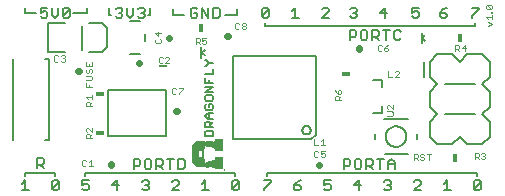
<source format=gto>
G75*
%MOIN*%
%OFA0B0*%
%FSLAX24Y24*%
%IPPOS*%
%LPD*%
%AMOC8*
5,1,8,0,0,1.08239X$1,22.5*
%
%ADD10C,0.0060*%
%ADD11C,0.0075*%
%ADD12C,0.0040*%
%ADD13C,0.0050*%
%ADD14R,0.0300X0.0100*%
%ADD15R,0.0300X0.0180*%
%ADD16C,0.0220*%
%ADD17C,0.0080*%
%ADD18R,0.0180X0.0300*%
%ADD19C,0.0079*%
%ADD20R,0.0000X0.0337*%
%ADD21R,0.0000X0.0337*%
%ADD22R,0.0001X0.0344*%
%ADD23R,0.0000X0.0348*%
%ADD24R,0.0000X0.0347*%
%ADD25R,0.0000X0.0350*%
%ADD26R,0.0000X0.0350*%
%ADD27R,0.0001X0.0352*%
%ADD28R,0.0000X0.0355*%
%ADD29R,0.0000X0.0354*%
%ADD30R,0.0001X0.0356*%
%ADD31R,0.0000X0.0359*%
%ADD32R,0.0000X0.0360*%
%ADD33R,0.0001X0.0361*%
%ADD34R,0.0000X0.0363*%
%ADD35R,0.0000X0.0362*%
%ADD36R,0.0001X0.0365*%
%ADD37R,0.0001X0.0364*%
%ADD38R,0.0000X0.0365*%
%ADD39R,0.0000X0.0366*%
%ADD40R,0.0000X0.0366*%
%ADD41R,0.0001X0.0367*%
%ADD42R,0.0000X0.0369*%
%ADD43R,0.0001X0.0370*%
%ADD44R,0.0001X0.0369*%
%ADD45R,0.0000X0.0370*%
%ADD46R,0.0000X0.0371*%
%ADD47R,0.0000X0.0371*%
%ADD48R,0.0001X0.0372*%
%ADD49R,0.0001X0.0372*%
%ADD50R,0.0000X0.0373*%
%ADD51R,0.0000X0.0373*%
%ADD52R,0.0001X0.0374*%
%ADD53R,0.0001X0.0374*%
%ADD54R,0.0000X0.0375*%
%ADD55R,0.0000X0.0374*%
%ADD56R,0.0000X0.0375*%
%ADD57R,0.0000X0.0375*%
%ADD58R,0.0001X0.0375*%
%ADD59R,0.0001X0.0376*%
%ADD60R,0.0000X0.0376*%
%ADD61R,0.0001X0.0377*%
%ADD62R,0.0001X0.0376*%
%ADD63R,0.0000X0.0377*%
%ADD64R,0.0000X0.0378*%
%ADD65R,0.0000X0.0378*%
%ADD66R,0.0001X0.0379*%
%ADD67R,0.0000X0.0379*%
%ADD68R,0.0000X0.0379*%
%ADD69R,0.0001X0.0380*%
%ADD70R,0.0001X0.0379*%
%ADD71R,0.0000X0.0380*%
%ADD72R,0.0000X0.0379*%
%ADD73R,0.0000X0.0380*%
%ADD74R,0.0000X0.0380*%
%ADD75R,0.0001X0.0380*%
%ADD76R,0.0001X0.0381*%
%ADD77R,0.0000X0.0381*%
%ADD78R,0.0001X0.0381*%
%ADD79R,0.0001X0.0381*%
%ADD80R,0.0000X0.0381*%
%ADD81R,0.0001X0.0382*%
%ADD82R,0.0001X0.0381*%
%ADD83R,0.0000X0.0382*%
%ADD84R,0.0000X0.0382*%
%ADD85R,0.0001X0.0382*%
%ADD86R,0.0000X0.0382*%
%ADD87R,0.0000X0.0383*%
%ADD88R,0.0001X0.0383*%
%ADD89R,0.0001X0.0383*%
%ADD90R,0.0000X0.0383*%
%ADD91R,0.0001X0.0382*%
%ADD92R,0.0001X0.0379*%
%ADD93R,0.0000X0.0381*%
%ADD94R,0.0001X0.0378*%
%ADD95R,0.0000X0.0377*%
%ADD96R,0.0000X0.0376*%
%ADD97R,0.0000X0.0374*%
%ADD98R,0.0001X0.0377*%
%ADD99R,0.0000X0.0372*%
%ADD100R,0.0001X0.0371*%
%ADD101R,0.0001X0.0376*%
%ADD102R,0.0000X0.0371*%
%ADD103R,0.0000X0.0376*%
%ADD104R,0.0000X0.0370*%
%ADD105R,0.0001X0.0369*%
%ADD106R,0.0001X0.0374*%
%ADD107R,0.0000X0.0368*%
%ADD108R,0.0000X0.0374*%
%ADD109R,0.0001X0.0367*%
%ADD110R,0.0001X0.0373*%
%ADD111R,0.0000X0.0366*%
%ADD112R,0.0000X0.0372*%
%ADD113R,0.0000X0.0365*%
%ADD114R,0.0000X0.0371*%
%ADD115R,0.0001X0.0364*%
%ADD116R,0.0001X0.0371*%
%ADD117R,0.0000X0.0362*%
%ADD118R,0.0000X0.0369*%
%ADD119R,0.0001X0.0360*%
%ADD120R,0.0001X0.0369*%
%ADD121R,0.0000X0.0359*%
%ADD122R,0.0000X0.0367*%
%ADD123R,0.0000X0.0357*%
%ADD124R,0.0001X0.0355*%
%ADD125R,0.0001X0.0365*%
%ADD126R,0.0000X0.0354*%
%ADD127R,0.0000X0.0364*%
%ADD128R,0.0001X0.0351*%
%ADD129R,0.0001X0.0363*%
%ADD130R,0.0000X0.0348*%
%ADD131R,0.0000X0.0361*%
%ADD132R,0.0000X0.0345*%
%ADD133R,0.0001X0.0340*%
%ADD134R,0.0001X0.0359*%
%ADD135R,0.0000X0.0258*%
%ADD136R,0.0000X0.0356*%
%ADD137R,0.0001X0.0257*%
%ADD138R,0.0001X0.0354*%
%ADD139R,0.0000X0.0257*%
%ADD140R,0.0000X0.0352*%
%ADD141R,0.0001X0.0347*%
%ADD142R,0.0000X0.0257*%
%ADD143R,0.0000X0.0344*%
%ADD144R,0.0001X0.0257*%
%ADD145R,0.0001X0.0338*%
%ADD146R,0.0000X0.0239*%
%ADD147R,0.0000X0.0256*%
%ADD148R,0.0001X0.0256*%
%ADD149R,0.0001X0.0239*%
%ADD150R,0.0001X0.0239*%
%ADD151R,0.0000X0.0256*%
%ADD152R,0.0000X0.0239*%
%ADD153R,0.0001X0.0256*%
%ADD154R,0.0000X0.0255*%
%ADD155R,0.0000X0.0238*%
%ADD156R,0.0001X0.0255*%
%ADD157R,0.0001X0.0238*%
%ADD158R,0.0000X0.0255*%
%ADD159R,0.0001X0.0255*%
%ADD160R,0.0001X0.0238*%
%ADD161R,0.0000X0.0238*%
%ADD162R,0.0000X0.0255*%
%ADD163R,0.0000X0.0238*%
%ADD164R,0.0001X0.0255*%
%ADD165R,0.0001X0.0238*%
%ADD166R,0.0000X0.0254*%
%ADD167R,0.0001X0.0254*%
%ADD168R,0.0000X0.0237*%
%ADD169R,0.0001X0.0254*%
%ADD170R,0.0001X0.0237*%
%ADD171R,0.0000X0.0254*%
%ADD172R,0.0000X0.0253*%
%ADD173R,0.0000X0.0236*%
%ADD174R,0.0001X0.0253*%
%ADD175R,0.0001X0.0236*%
%ADD176R,0.0000X0.0253*%
%ADD177R,0.0001X0.0253*%
%ADD178R,0.0001X0.0236*%
%ADD179R,0.0000X0.0236*%
%ADD180R,0.0001X0.0252*%
%ADD181R,0.0000X0.0252*%
%ADD182R,0.0000X0.0235*%
%ADD183R,0.0001X0.0235*%
%ADD184R,0.0000X0.0251*%
%ADD185R,0.0001X0.0251*%
%ADD186R,0.0001X0.0235*%
%ADD187R,0.0000X0.0235*%
%ADD188R,0.0001X0.0251*%
%ADD189R,0.0000X0.0251*%
%ADD190R,0.0000X0.0234*%
%ADD191R,0.0001X0.0250*%
%ADD192R,0.0001X0.0234*%
%ADD193R,0.0000X0.0250*%
%ADD194R,0.0000X0.0250*%
%ADD195R,0.0000X0.0234*%
%ADD196R,0.0001X0.0250*%
%ADD197R,0.0001X0.0234*%
%ADD198R,0.0001X0.0250*%
%ADD199R,0.0000X0.0250*%
%ADD200R,0.0000X0.0233*%
%ADD201R,0.0001X0.0249*%
%ADD202R,0.0001X0.0233*%
%ADD203R,0.0000X0.0249*%
%ADD204R,0.0001X0.0233*%
%ADD205R,0.0000X0.0233*%
%ADD206R,0.0000X0.0249*%
%ADD207R,0.0001X0.0249*%
%ADD208R,0.0000X0.0232*%
%ADD209R,0.0001X0.0248*%
%ADD210R,0.0001X0.0232*%
%ADD211R,0.0000X0.0248*%
%ADD212R,0.0001X0.0248*%
%ADD213R,0.0001X0.0232*%
%ADD214R,0.0000X0.0248*%
%ADD215R,0.0000X0.0232*%
%ADD216R,0.0000X0.0247*%
%ADD217R,0.0000X0.0231*%
%ADD218R,0.0001X0.0247*%
%ADD219R,0.0001X0.0231*%
%ADD220R,0.0001X0.0246*%
%ADD221R,0.0000X0.0246*%
%ADD222R,0.0000X0.0231*%
%ADD223R,0.0001X0.0231*%
%ADD224R,0.0000X0.0246*%
%ADD225R,0.0001X0.0246*%
%ADD226R,0.0000X0.0230*%
%ADD227R,0.0000X0.0245*%
%ADD228R,0.0001X0.0245*%
%ADD229R,0.0001X0.0230*%
%ADD230R,0.0001X0.0245*%
%ADD231R,0.0001X0.0230*%
%ADD232R,0.0000X0.0245*%
%ADD233R,0.0000X0.0230*%
%ADD234R,0.0000X0.0245*%
%ADD235R,0.0000X0.0229*%
%ADD236R,0.0001X0.0245*%
%ADD237R,0.0001X0.0229*%
%ADD238R,0.0000X0.0244*%
%ADD239R,0.0001X0.0244*%
%ADD240R,0.0001X0.0229*%
%ADD241R,0.0000X0.0229*%
%ADD242R,0.0000X0.0244*%
%ADD243R,0.0000X0.0228*%
%ADD244R,0.0001X0.0244*%
%ADD245R,0.0001X0.0228*%
%ADD246R,0.0000X0.0243*%
%ADD247R,0.0001X0.0243*%
%ADD248R,0.0000X0.0243*%
%ADD249R,0.0000X0.0228*%
%ADD250R,0.0001X0.0243*%
%ADD251R,0.0001X0.0228*%
%ADD252R,0.0000X0.0242*%
%ADD253R,0.0000X0.0227*%
%ADD254R,0.0001X0.0242*%
%ADD255R,0.0001X0.0227*%
%ADD256R,0.0000X0.0241*%
%ADD257R,0.0001X0.0241*%
%ADD258R,0.0001X0.0227*%
%ADD259R,0.0000X0.0227*%
%ADD260R,0.0001X0.0241*%
%ADD261R,0.0000X0.0241*%
%ADD262R,0.0000X0.0226*%
%ADD263R,0.0001X0.0226*%
%ADD264R,0.0000X0.0240*%
%ADD265R,0.0001X0.0240*%
%ADD266R,0.0001X0.0226*%
%ADD267R,0.0000X0.0240*%
%ADD268R,0.0000X0.0226*%
%ADD269R,0.0001X0.0240*%
%ADD270R,0.0000X0.0225*%
%ADD271R,0.0001X0.0240*%
%ADD272R,0.0001X0.0225*%
%ADD273R,0.0000X0.0240*%
%ADD274R,0.0000X0.0225*%
%ADD275R,0.0001X0.0225*%
%ADD276R,0.0001X0.0239*%
%ADD277R,0.0000X0.0239*%
%ADD278R,0.0000X0.0224*%
%ADD279R,0.0001X0.0224*%
%ADD280R,0.0001X0.0224*%
%ADD281R,0.0000X0.0224*%
%ADD282R,0.0000X0.0223*%
%ADD283R,0.0001X0.0237*%
%ADD284R,0.0001X0.0223*%
%ADD285R,0.0000X0.0237*%
%ADD286R,0.0001X0.0223*%
%ADD287R,0.0000X0.0223*%
%ADD288R,0.0000X0.0236*%
%ADD289R,0.0000X0.0222*%
%ADD290R,0.0001X0.0236*%
%ADD291R,0.0001X0.0222*%
%ADD292R,0.0000X0.0222*%
%ADD293R,0.0001X0.0222*%
%ADD294R,0.0000X0.0221*%
%ADD295R,0.0000X0.0235*%
%ADD296R,0.0001X0.0235*%
%ADD297R,0.0001X0.0221*%
%ADD298R,0.0001X0.0221*%
%ADD299R,0.0000X0.0221*%
%ADD300R,0.0000X0.0234*%
%ADD301R,0.0000X0.0220*%
%ADD302R,0.0001X0.0234*%
%ADD303R,0.0001X0.0220*%
%ADD304R,0.0001X0.0220*%
%ADD305R,0.0000X0.0220*%
%ADD306R,0.0000X0.0219*%
%ADD307R,0.0001X0.0219*%
%ADD308R,0.0000X0.0232*%
%ADD309R,0.0001X0.0232*%
%ADD310R,0.0000X0.0219*%
%ADD311R,0.0001X0.0219*%
%ADD312R,0.0000X0.0231*%
%ADD313R,0.0000X0.0218*%
%ADD314R,0.0001X0.0231*%
%ADD315R,0.0001X0.0218*%
%ADD316R,0.0001X0.0218*%
%ADD317R,0.0000X0.0218*%
%ADD318R,0.0000X0.0217*%
%ADD319R,0.0001X0.0217*%
%ADD320R,0.0000X0.0230*%
%ADD321R,0.0001X0.0230*%
%ADD322R,0.0001X0.0217*%
%ADD323R,0.0000X0.0217*%
%ADD324R,0.0000X0.0216*%
%ADD325R,0.0001X0.0229*%
%ADD326R,0.0001X0.0216*%
%ADD327R,0.0000X0.0229*%
%ADD328R,0.0000X0.0216*%
%ADD329R,0.0001X0.0216*%
%ADD330R,0.0000X0.0215*%
%ADD331R,0.0001X0.0227*%
%ADD332R,0.0001X0.0215*%
%ADD333R,0.0000X0.0227*%
%ADD334R,0.0001X0.0215*%
%ADD335R,0.0000X0.0215*%
%ADD336R,0.0000X0.0214*%
%ADD337R,0.0001X0.0226*%
%ADD338R,0.0001X0.0214*%
%ADD339R,0.0000X0.0226*%
%ADD340R,0.0001X0.0214*%
%ADD341R,0.0000X0.0214*%
%ADD342R,0.0000X0.0213*%
%ADD343R,0.0001X0.0213*%
%ADD344R,0.0001X0.0225*%
%ADD345R,0.0000X0.0225*%
%ADD346R,0.0000X0.0213*%
%ADD347R,0.0001X0.0213*%
%ADD348R,0.0000X0.0213*%
%ADD349R,0.0000X0.0224*%
%ADD350R,0.0001X0.0224*%
%ADD351R,0.0001X0.0213*%
%ADD352R,0.0001X0.0212*%
%ADD353R,0.0000X0.0212*%
%ADD354R,0.0000X0.0211*%
%ADD355R,0.0001X0.0211*%
%ADD356R,0.0000X0.0222*%
%ADD357R,0.0001X0.0222*%
%ADD358R,0.0001X0.0211*%
%ADD359R,0.0000X0.0211*%
%ADD360R,0.0000X0.0210*%
%ADD361R,0.0001X0.0210*%
%ADD362R,0.0000X0.0221*%
%ADD363R,0.0001X0.0221*%
%ADD364R,0.0000X0.0210*%
%ADD365R,0.0001X0.0210*%
%ADD366R,0.0000X0.0209*%
%ADD367R,0.0001X0.0209*%
%ADD368R,0.0000X0.0220*%
%ADD369R,0.0001X0.0220*%
%ADD370R,0.0001X0.0209*%
%ADD371R,0.0000X0.0209*%
%ADD372R,0.0000X0.0208*%
%ADD373R,0.0001X0.0208*%
%ADD374R,0.0000X0.0219*%
%ADD375R,0.0001X0.0219*%
%ADD376R,0.0001X0.0208*%
%ADD377R,0.0000X0.0208*%
%ADD378R,0.0000X0.0208*%
%ADD379R,0.0001X0.0208*%
%ADD380R,0.0000X0.0217*%
%ADD381R,0.0000X0.0207*%
%ADD382R,0.0001X0.0217*%
%ADD383R,0.0001X0.0207*%
%ADD384R,0.0000X0.0206*%
%ADD385R,0.0001X0.0216*%
%ADD386R,0.0001X0.0206*%
%ADD387R,0.0000X0.0216*%
%ADD388R,0.0001X0.0206*%
%ADD389R,0.0000X0.0206*%
%ADD390R,0.0000X0.0205*%
%ADD391R,0.0001X0.0205*%
%ADD392R,0.0001X0.0215*%
%ADD393R,0.0001X0.0205*%
%ADD394R,0.0000X0.0215*%
%ADD395R,0.0000X0.0205*%
%ADD396R,0.0000X0.0204*%
%ADD397R,0.0001X0.0204*%
%ADD398R,0.0001X0.0214*%
%ADD399R,0.0000X0.0214*%
%ADD400R,0.0000X0.0204*%
%ADD401R,0.0001X0.0204*%
%ADD402R,0.0000X0.0203*%
%ADD403R,0.0001X0.0203*%
%ADD404R,0.0001X0.0212*%
%ADD405R,0.0001X0.0203*%
%ADD406R,0.0000X0.0212*%
%ADD407R,0.0000X0.0203*%
%ADD408R,0.0000X0.0203*%
%ADD409R,0.0001X0.0203*%
%ADD410R,0.0000X0.0211*%
%ADD411R,0.0001X0.0211*%
%ADD412R,0.0001X0.0202*%
%ADD413R,0.0000X0.0202*%
%ADD414R,0.0000X0.0201*%
%ADD415R,0.0001X0.0201*%
%ADD416R,0.0000X0.0210*%
%ADD417R,0.0000X0.0201*%
%ADD418R,0.0001X0.0210*%
%ADD419R,0.0001X0.0201*%
%ADD420R,0.0000X0.0200*%
%ADD421R,0.0001X0.0200*%
%ADD422R,0.0000X0.0209*%
%ADD423R,0.0001X0.0209*%
%ADD424R,0.0001X0.0200*%
%ADD425R,0.0000X0.0200*%
%ADD426R,0.0000X0.0199*%
%ADD427R,0.0001X0.0199*%
%ADD428R,0.0001X0.0199*%
%ADD429R,0.0000X0.0207*%
%ADD430R,0.0000X0.0199*%
%ADD431R,0.0001X0.0207*%
%ADD432R,0.0000X0.0198*%
%ADD433R,0.0001X0.0198*%
%ADD434R,0.0000X0.0206*%
%ADD435R,0.0000X0.0198*%
%ADD436R,0.0001X0.0206*%
%ADD437R,0.0001X0.0198*%
%ADD438R,0.0000X0.0198*%
%ADD439R,0.0001X0.0198*%
%ADD440R,0.0001X0.0197*%
%ADD441R,0.0000X0.0205*%
%ADD442R,0.0000X0.0197*%
%ADD443R,0.0001X0.0205*%
%ADD444R,0.0000X0.0196*%
%ADD445R,0.0001X0.0196*%
%ADD446R,0.0001X0.0204*%
%ADD447R,0.0001X0.0196*%
%ADD448R,0.0000X0.0204*%
%ADD449R,0.0000X0.0196*%
%ADD450R,0.0000X0.0195*%
%ADD451R,0.0001X0.0195*%
%ADD452R,0.0000X0.0195*%
%ADD453R,0.0001X0.0202*%
%ADD454R,0.0001X0.0195*%
%ADD455R,0.0000X0.0202*%
%ADD456R,0.0000X0.0194*%
%ADD457R,0.0001X0.0194*%
%ADD458R,0.0001X0.0201*%
%ADD459R,0.0001X0.0194*%
%ADD460R,0.0000X0.0201*%
%ADD461R,0.0000X0.0194*%
%ADD462R,0.0000X0.0193*%
%ADD463R,0.0001X0.0193*%
%ADD464R,0.0001X0.0193*%
%ADD465R,0.0000X0.0193*%
%ADD466R,0.0001X0.0200*%
%ADD467R,0.0000X0.0200*%
%ADD468R,0.0000X0.0192*%
%ADD469R,0.0001X0.0192*%
%ADD470R,0.0000X0.0199*%
%ADD471R,0.0000X0.0192*%
%ADD472R,0.0001X0.0199*%
%ADD473R,0.0001X0.0192*%
%ADD474R,0.0000X0.0191*%
%ADD475R,0.0001X0.0191*%
%ADD476R,0.0001X0.0191*%
%ADD477R,0.0000X0.0191*%
%ADD478R,0.0000X0.0197*%
%ADD479R,0.0001X0.0197*%
%ADD480R,0.0000X0.0190*%
%ADD481R,0.0001X0.0190*%
%ADD482R,0.0001X0.0190*%
%ADD483R,0.0000X0.0196*%
%ADD484R,0.0000X0.0190*%
%ADD485R,0.0001X0.0196*%
%ADD486R,0.0000X0.0189*%
%ADD487R,0.0001X0.0189*%
%ADD488R,0.0000X0.0189*%
%ADD489R,0.0001X0.0189*%
%ADD490R,0.0000X0.0195*%
%ADD491R,0.0001X0.0195*%
%ADD492R,0.0000X0.0188*%
%ADD493R,0.0001X0.0188*%
%ADD494R,0.0001X0.0188*%
%ADD495R,0.0000X0.0194*%
%ADD496R,0.0000X0.0188*%
%ADD497R,0.0001X0.0194*%
%ADD498R,0.0000X0.0187*%
%ADD499R,0.0001X0.0187*%
%ADD500R,0.0001X0.0187*%
%ADD501R,0.0000X0.0187*%
%ADD502R,0.0000X0.0192*%
%ADD503R,0.0000X0.0186*%
%ADD504R,0.0001X0.0192*%
%ADD505R,0.0001X0.0186*%
%ADD506R,0.0000X0.0186*%
%ADD507R,0.0001X0.0191*%
%ADD508R,0.0001X0.0186*%
%ADD509R,0.0000X0.0191*%
%ADD510R,0.0000X0.0185*%
%ADD511R,0.0001X0.0185*%
%ADD512R,0.0001X0.0185*%
%ADD513R,0.0000X0.0185*%
%ADD514R,0.0001X0.0190*%
%ADD515R,0.0000X0.0190*%
%ADD516R,0.0000X0.0184*%
%ADD517R,0.0001X0.0184*%
%ADD518R,0.0001X0.0184*%
%ADD519R,0.0000X0.0184*%
%ADD520R,0.0001X0.0189*%
%ADD521R,0.0000X0.0189*%
%ADD522R,0.0000X0.0183*%
%ADD523R,0.0001X0.0183*%
%ADD524R,0.0000X0.0183*%
%ADD525R,0.0001X0.0183*%
%ADD526R,0.0001X0.0187*%
%ADD527R,0.0000X0.0187*%
%ADD528R,0.0000X0.0182*%
%ADD529R,0.0001X0.0182*%
%ADD530R,0.0001X0.0182*%
%ADD531R,0.0000X0.0182*%
%ADD532R,0.0000X0.0186*%
%ADD533R,0.0001X0.0186*%
%ADD534R,0.0000X0.0181*%
%ADD535R,0.0001X0.0181*%
%ADD536R,0.0001X0.0181*%
%ADD537R,0.0000X0.0181*%
%ADD538R,0.0000X0.0185*%
%ADD539R,0.0000X0.0180*%
%ADD540R,0.0001X0.0185*%
%ADD541R,0.0001X0.0180*%
%ADD542R,0.0000X0.0180*%
%ADD543R,0.0001X0.0180*%
%ADD544R,0.0000X0.0184*%
%ADD545R,0.0001X0.0184*%
%ADD546R,0.0000X0.0179*%
%ADD547R,0.0001X0.0179*%
%ADD548R,0.0001X0.0179*%
%ADD549R,0.0000X0.0179*%
%ADD550R,0.0000X0.0182*%
%ADD551R,0.0000X0.0178*%
%ADD552R,0.0001X0.0182*%
%ADD553R,0.0001X0.0178*%
%ADD554R,0.0001X0.0178*%
%ADD555R,0.0000X0.0178*%
%ADD556R,0.0000X0.0181*%
%ADD557R,0.0000X0.0177*%
%ADD558R,0.0001X0.0181*%
%ADD559R,0.0001X0.0177*%
%ADD560R,0.0000X0.0177*%
%ADD561R,0.0001X0.0177*%
%ADD562R,0.0000X0.0180*%
%ADD563R,0.0000X0.0176*%
%ADD564R,0.0001X0.0180*%
%ADD565R,0.0001X0.0176*%
%ADD566R,0.0001X0.0176*%
%ADD567R,0.0000X0.0176*%
%ADD568R,0.0001X0.0179*%
%ADD569R,0.0000X0.0179*%
%ADD570R,0.0000X0.0175*%
%ADD571R,0.0001X0.0175*%
%ADD572R,0.0001X0.0175*%
%ADD573R,0.0000X0.0175*%
%ADD574R,0.0000X0.0174*%
%ADD575R,0.0001X0.0177*%
%ADD576R,0.0001X0.0174*%
%ADD577R,0.0000X0.0177*%
%ADD578R,0.0000X0.0174*%
%ADD579R,0.0001X0.0174*%
%ADD580R,0.0001X0.0176*%
%ADD581R,0.0000X0.0176*%
%ADD582R,0.0000X0.0173*%
%ADD583R,0.0001X0.0173*%
%ADD584R,0.0001X0.0173*%
%ADD585R,0.0000X0.0173*%
%ADD586R,0.0000X0.0173*%
%ADD587R,0.0001X0.0175*%
%ADD588R,0.0001X0.0173*%
%ADD589R,0.0000X0.0175*%
%ADD590R,0.0001X0.0172*%
%ADD591R,0.0000X0.0172*%
%ADD592R,0.0000X0.0174*%
%ADD593R,0.0000X0.0171*%
%ADD594R,0.0001X0.0174*%
%ADD595R,0.0001X0.0171*%
%ADD596R,0.0000X0.0171*%
%ADD597R,0.0001X0.0171*%
%ADD598R,0.0000X0.0170*%
%ADD599R,0.0000X0.0172*%
%ADD600R,0.0001X0.0172*%
%ADD601R,0.0001X0.0170*%
%ADD602R,0.0001X0.0170*%
%ADD603R,0.0000X0.0170*%
%ADD604R,0.0000X0.0171*%
%ADD605R,0.0000X0.0169*%
%ADD606R,0.0001X0.0171*%
%ADD607R,0.0001X0.0169*%
%ADD608R,0.0001X0.0169*%
%ADD609R,0.0000X0.0169*%
%ADD610R,0.0000X0.0168*%
%ADD611R,0.0001X0.0168*%
%ADD612R,0.0000X0.0170*%
%ADD613R,0.0001X0.0170*%
%ADD614R,0.0000X0.0168*%
%ADD615R,0.0001X0.0168*%
%ADD616R,0.0000X0.0169*%
%ADD617R,0.0000X0.0168*%
%ADD618R,0.0001X0.0169*%
%ADD619R,0.0001X0.0168*%
%ADD620R,0.0001X0.0167*%
%ADD621R,0.0000X0.0167*%
%ADD622R,0.0000X0.0166*%
%ADD623R,0.0001X0.0166*%
%ADD624R,0.0000X0.0167*%
%ADD625R,0.0001X0.0167*%
%ADD626R,0.0001X0.0166*%
%ADD627R,0.0000X0.0166*%
%ADD628R,0.0000X0.0165*%
%ADD629R,0.0001X0.0166*%
%ADD630R,0.0001X0.0165*%
%ADD631R,0.0000X0.0166*%
%ADD632R,0.0000X0.0165*%
%ADD633R,0.0001X0.0165*%
%ADD634R,0.0000X0.0164*%
%ADD635R,0.0001X0.0165*%
%ADD636R,0.0001X0.0164*%
%ADD637R,0.0000X0.0165*%
%ADD638R,0.0001X0.0164*%
%ADD639R,0.0000X0.0164*%
%ADD640R,0.0000X0.0163*%
%ADD641R,0.0001X0.0164*%
%ADD642R,0.0001X0.0163*%
%ADD643R,0.0000X0.0164*%
%ADD644R,0.0001X0.0163*%
%ADD645R,0.0000X0.0163*%
%ADD646R,0.0000X0.0163*%
%ADD647R,0.0001X0.0163*%
%ADD648R,0.0001X0.0162*%
%ADD649R,0.0000X0.0162*%
%ADD650R,0.0000X0.0162*%
%ADD651R,0.0001X0.0161*%
%ADD652R,0.0001X0.0162*%
%ADD653R,0.0000X0.0161*%
%ADD654R,0.0000X0.0161*%
%ADD655R,0.0001X0.0161*%
%ADD656R,0.0001X0.0160*%
%ADD657R,0.0001X0.0161*%
%ADD658R,0.0000X0.0160*%
%ADD659R,0.0000X0.0161*%
%ADD660R,0.0000X0.0160*%
%ADD661R,0.0001X0.0160*%
%ADD662R,0.0000X0.0160*%
%ADD663R,0.0001X0.0160*%
%ADD664R,0.0001X0.0159*%
%ADD665R,0.0000X0.0159*%
%ADD666R,0.0000X0.0159*%
%ADD667R,0.0001X0.0159*%
%ADD668R,0.0000X0.0159*%
%ADD669R,0.0001X0.0159*%
%ADD670R,0.0000X0.0158*%
%ADD671R,0.0001X0.0158*%
%ADD672R,0.0000X0.0158*%
%ADD673R,0.0000X0.0158*%
%ADD674R,0.0001X0.0158*%
%ADD675R,0.0001X0.0158*%
%ADD676R,0.0000X0.0157*%
%ADD677R,0.0001X0.0157*%
%ADD678R,0.0000X0.0156*%
%ADD679R,0.0001X0.0156*%
%ADD680R,0.0000X0.0156*%
%ADD681R,0.0001X0.0156*%
%ADD682R,0.0001X0.0157*%
%ADD683R,0.0000X0.0155*%
%ADD684R,0.0000X0.0157*%
%ADD685R,0.0001X0.0155*%
%ADD686R,0.0001X0.0155*%
%ADD687R,0.0000X0.0155*%
%ADD688R,0.0000X0.0155*%
%ADD689R,0.0000X0.0156*%
%ADD690R,0.0001X0.0155*%
%ADD691R,0.0001X0.0156*%
%ADD692R,0.0000X0.0154*%
%ADD693R,0.0001X0.0154*%
%ADD694R,0.0001X0.0154*%
%ADD695R,0.0000X0.0154*%
%ADD696R,0.0000X0.0153*%
%ADD697R,0.0001X0.0153*%
%ADD698R,0.0000X0.0154*%
%ADD699R,0.0001X0.0152*%
%ADD700R,0.0001X0.0154*%
%ADD701R,0.0000X0.0152*%
%ADD702R,0.0001X0.0152*%
%ADD703R,0.0000X0.0152*%
%ADD704R,0.0000X0.0151*%
%ADD705R,0.0000X0.0153*%
%ADD706R,0.0001X0.0151*%
%ADD707R,0.0001X0.0153*%
%ADD708R,0.0001X0.0151*%
%ADD709R,0.0000X0.0151*%
%ADD710R,0.0001X0.0150*%
%ADD711R,0.0000X0.0150*%
%ADD712R,0.0000X0.0150*%
%ADD713R,0.0001X0.0150*%
%ADD714R,0.0001X0.0150*%
%ADD715R,0.0001X0.0152*%
%ADD716R,0.0000X0.0150*%
%ADD717R,0.0000X0.0152*%
%ADD718R,0.0000X0.0149*%
%ADD719R,0.0001X0.0149*%
%ADD720R,0.0000X0.0149*%
%ADD721R,0.0001X0.0149*%
%ADD722R,0.0001X0.0151*%
%ADD723R,0.0000X0.0151*%
%ADD724R,0.0001X0.0148*%
%ADD725R,0.0000X0.0148*%
%ADD726R,0.0000X0.0260*%
%ADD727R,0.0000X0.0259*%
%ADD728R,0.0001X0.0260*%
%ADD729R,0.0001X0.0259*%
%ADD730R,0.0000X0.0868*%
%ADD731R,0.0001X0.0868*%
%ADD732R,0.0000X0.0321*%
%ADD733R,0.0000X0.0305*%
%ADD734R,0.0001X0.0321*%
%ADD735R,0.0001X0.0305*%
%ADD736R,0.0000X0.0867*%
%ADD737R,0.0001X0.0867*%
%ADD738R,0.0000X0.0867*%
%ADD739R,0.0001X0.0867*%
%ADD740R,0.0000X0.0866*%
%ADD741R,0.0000X0.0866*%
%ADD742R,0.0001X0.0866*%
%ADD743R,0.0000X0.0866*%
%ADD744R,0.0001X0.0866*%
%ADD745R,0.0000X0.0865*%
%ADD746R,0.0001X0.0865*%
%ADD747R,0.0001X0.0864*%
%ADD748R,0.0000X0.0864*%
%ADD749R,0.0001X0.0864*%
%ADD750R,0.0000X0.0864*%
%ADD751R,0.0001X0.0864*%
%ADD752R,0.0000X0.0864*%
%ADD753R,0.0001X0.0863*%
%ADD754R,0.0000X0.0863*%
%ADD755R,0.0001X0.0862*%
%ADD756R,0.0000X0.0862*%
%ADD757R,0.0001X0.0862*%
%ADD758R,0.0000X0.0862*%
%ADD759R,0.0001X0.0861*%
%ADD760R,0.0000X0.0861*%
%ADD761R,0.0001X0.0861*%
%ADD762R,0.0001X0.0860*%
%ADD763R,0.0000X0.0860*%
%ADD764R,0.0000X0.0859*%
%ADD765R,0.0001X0.0859*%
%ADD766R,0.0000X0.0858*%
%ADD767R,0.0001X0.0858*%
%ADD768R,0.0001X0.0857*%
%ADD769R,0.0000X0.0857*%
%ADD770R,0.0000X0.0856*%
%ADD771R,0.0001X0.0856*%
%ADD772R,0.0000X0.0855*%
%ADD773R,0.0001X0.0855*%
%ADD774R,0.0000X0.0855*%
%ADD775R,0.0001X0.0855*%
%ADD776R,0.0000X0.0854*%
%ADD777R,0.0001X0.0854*%
%ADD778R,0.0000X0.0853*%
%ADD779R,0.0001X0.0853*%
%ADD780R,0.0000X0.0853*%
%ADD781R,0.0000X0.0853*%
%ADD782R,0.0001X0.0852*%
%ADD783R,0.0000X0.0852*%
%ADD784R,0.0001X0.0852*%
%ADD785R,0.0000X0.0851*%
%ADD786R,0.0001X0.0850*%
%ADD787R,0.0000X0.0850*%
%ADD788R,0.0001X0.0850*%
%ADD789R,0.0000X0.0849*%
%ADD790R,0.0001X0.0848*%
%ADD791R,0.0000X0.0848*%
%ADD792R,0.0001X0.0848*%
%ADD793R,0.0000X0.0848*%
%ADD794R,0.0000X0.0847*%
%ADD795R,0.0001X0.0847*%
%ADD796R,0.0000X0.0846*%
%ADD797R,0.0001X0.0846*%
%ADD798R,0.0000X0.0845*%
%ADD799R,0.0000X0.0845*%
%ADD800R,0.0001X0.0845*%
%ADD801R,0.0000X0.0843*%
%ADD802R,0.0001X0.0843*%
%ADD803R,0.0000X0.0841*%
%ADD804R,0.0000X0.0840*%
%ADD805R,0.0001X0.0839*%
%ADD806R,0.0000X0.0838*%
%ADD807R,0.0001X0.0837*%
%ADD808R,0.0000X0.0836*%
%ADD809R,0.0000X0.0835*%
%ADD810R,0.0001X0.0834*%
%ADD811R,0.0000X0.0833*%
%ADD812R,0.0001X0.0832*%
%ADD813R,0.0000X0.0831*%
%ADD814R,0.0000X0.0830*%
%ADD815R,0.0001X0.0829*%
%ADD816R,0.0000X0.0828*%
%ADD817R,0.0001X0.0827*%
%ADD818R,0.0000X0.0826*%
%ADD819R,0.0000X0.0825*%
%ADD820R,0.0001X0.0824*%
%ADD821R,0.0000X0.0823*%
%ADD822R,0.0001X0.0822*%
%ADD823R,0.0000X0.0821*%
%ADD824R,0.0000X0.0820*%
%ADD825R,0.0001X0.0819*%
%ADD826R,0.0000X0.0818*%
%ADD827R,0.0001X0.0817*%
%ADD828R,0.0000X0.0816*%
%ADD829R,0.0000X0.0815*%
%ADD830R,0.0001X0.0814*%
%ADD831R,0.0000X0.0813*%
%ADD832R,0.0001X0.0812*%
%ADD833R,0.0000X0.0811*%
%ADD834R,0.0000X0.0810*%
%ADD835R,0.0001X0.0808*%
%ADD836R,0.0000X0.0808*%
%ADD837R,0.0001X0.0807*%
%ADD838R,0.0000X0.0805*%
%ADD839R,0.0000X0.0805*%
%ADD840R,0.0001X0.0803*%
%ADD841R,0.0000X0.0803*%
%ADD842R,0.0001X0.0802*%
%ADD843R,0.0000X0.0800*%
%ADD844R,0.0000X0.0800*%
%ADD845R,0.0001X0.0798*%
%ADD846R,0.0000X0.0798*%
%ADD847R,0.0001X0.0797*%
%ADD848R,0.0000X0.0795*%
%ADD849R,0.0000X0.0795*%
%ADD850R,0.0001X0.0793*%
%ADD851R,0.0000X0.0793*%
%ADD852R,0.0001X0.0791*%
%ADD853R,0.0000X0.0790*%
%ADD854R,0.0000X0.0789*%
%ADD855R,0.0001X0.0788*%
%ADD856R,0.0000X0.0787*%
%ADD857R,0.0001X0.0786*%
%ADD858R,0.0000X0.0785*%
%ADD859R,0.0000X0.0784*%
%ADD860R,0.0001X0.0783*%
%ADD861R,0.0000X0.0782*%
%ADD862R,0.0001X0.0781*%
%ADD863R,0.0000X0.0780*%
%ADD864R,0.0000X0.0779*%
%ADD865R,0.0001X0.0778*%
%ADD866R,0.0000X0.0777*%
%ADD867R,0.0001X0.0776*%
%ADD868R,0.0000X0.0775*%
%ADD869R,0.0000X0.0774*%
%ADD870R,0.0001X0.0773*%
%ADD871R,0.0000X0.0772*%
%ADD872R,0.0001X0.0771*%
%ADD873R,0.0000X0.0770*%
%ADD874R,0.0000X0.0769*%
%ADD875R,0.0001X0.0768*%
%ADD876R,0.0000X0.0767*%
%ADD877R,0.0001X0.0766*%
%ADD878R,0.0000X0.0765*%
%ADD879R,0.0000X0.0764*%
%ADD880R,0.0001X0.0763*%
%ADD881R,0.0000X0.0762*%
%ADD882R,0.0001X0.0761*%
%ADD883R,0.0000X0.0760*%
%ADD884R,0.0000X0.0758*%
%ADD885R,0.0001X0.0757*%
%ADD886R,0.0000X0.0757*%
%ADD887R,0.0001X0.0755*%
%ADD888R,0.0000X0.0755*%
%ADD889R,0.0000X0.0753*%
%ADD890R,0.0001X0.0752*%
%ADD891R,0.0000X0.0752*%
%ADD892R,0.0001X0.0750*%
%ADD893R,0.0000X0.0750*%
%ADD894R,0.0000X0.0748*%
%ADD895R,0.0001X0.0747*%
%ADD896R,0.0000X0.0747*%
%ADD897R,0.0001X0.0745*%
%ADD898R,0.0000X0.0745*%
%ADD899R,0.0000X0.0743*%
%ADD900R,0.0001X0.0742*%
%ADD901R,0.0000X0.0741*%
%ADD902R,0.0001X0.0740*%
%ADD903R,0.0000X0.0739*%
%ADD904R,0.0000X0.0738*%
%ADD905R,0.0001X0.0737*%
%ADD906R,0.0000X0.0736*%
%ADD907R,0.0001X0.0735*%
%ADD908R,0.0000X0.0734*%
%ADD909R,0.0000X0.0733*%
%ADD910R,0.0001X0.0732*%
%ADD911R,0.0000X0.0731*%
%ADD912R,0.0001X0.0730*%
%ADD913R,0.0000X0.0729*%
%ADD914R,0.0000X0.0728*%
%ADD915R,0.0001X0.0727*%
%ADD916R,0.0000X0.0726*%
%ADD917R,0.0001X0.0725*%
%ADD918R,0.0000X0.0724*%
%ADD919R,0.0000X0.0723*%
%ADD920R,0.0001X0.0722*%
%ADD921R,0.0000X0.0721*%
%ADD922R,0.0001X0.0720*%
%ADD923R,0.0000X0.0719*%
%ADD924R,0.0000X0.0718*%
%ADD925R,0.0001X0.0717*%
%ADD926R,0.0000X0.0716*%
%ADD927R,0.0001X0.0715*%
%ADD928R,0.0000X0.0714*%
%ADD929R,0.0000X0.0713*%
%ADD930R,0.0001X0.0712*%
%ADD931R,0.0000X0.0711*%
%ADD932R,0.0001X0.0710*%
%ADD933R,0.0000X0.0709*%
%ADD934R,0.0000X0.0707*%
%ADD935R,0.0001X0.0707*%
%ADD936R,0.0000X0.0705*%
%ADD937R,0.0001X0.0705*%
%ADD938R,0.0000X0.0703*%
%ADD939R,0.0000X0.0703*%
%ADD940R,0.0001X0.0702*%
%ADD941R,0.0000X0.0700*%
%ADD942R,0.0001X0.0700*%
%ADD943R,0.0000X0.0698*%
%ADD944R,0.0000X0.0698*%
%ADD945R,0.0001X0.0697*%
%ADD946R,0.0000X0.0695*%
%ADD947R,0.0001X0.0695*%
%ADD948R,0.0000X0.0693*%
%ADD949R,0.0000X0.0692*%
%ADD950R,0.0001X0.0691*%
%ADD951R,0.0000X0.0690*%
%ADD952R,0.0001X0.0689*%
%ADD953R,0.0000X0.0688*%
%ADD954R,0.0000X0.0687*%
%ADD955R,0.0001X0.0686*%
%ADD956R,0.0000X0.0685*%
%ADD957R,0.0001X0.0684*%
%ADD958R,0.0000X0.0683*%
%ADD959R,0.0000X0.0682*%
%ADD960R,0.0001X0.0681*%
%ADD961R,0.0000X0.0680*%
%ADD962R,0.0001X0.0679*%
%ADD963R,0.0000X0.0678*%
%ADD964R,0.0000X0.0677*%
%ADD965R,0.0001X0.0676*%
%ADD966R,0.0000X0.0675*%
%ADD967R,0.0001X0.0674*%
%ADD968R,0.0000X0.0673*%
%ADD969R,0.0000X0.0672*%
%ADD970R,0.0001X0.0671*%
%ADD971R,0.0000X0.0670*%
%ADD972R,0.0001X0.0669*%
%ADD973R,0.0000X0.0668*%
%ADD974R,0.0000X0.0667*%
%ADD975R,0.0001X0.0666*%
%ADD976R,0.0000X0.0665*%
%ADD977R,0.0001X0.0664*%
%ADD978R,0.0000X0.0663*%
%ADD979R,0.0000X0.0662*%
%ADD980R,0.0001X0.0661*%
%ADD981R,0.0000X0.0660*%
%ADD982R,0.0001X0.0659*%
%ADD983R,0.0000X0.0658*%
%ADD984R,0.0000X0.0657*%
%ADD985R,0.0001X0.0655*%
%ADD986R,0.0000X0.0655*%
%ADD987R,0.0001X0.0653*%
%ADD988R,0.0000X0.0653*%
%ADD989R,0.0000X0.0652*%
%ADD990R,0.0001X0.0650*%
%ADD991R,0.0000X0.0650*%
%ADD992R,0.0001X0.0648*%
%ADD993R,0.0000X0.0648*%
%ADD994R,0.0000X0.0647*%
%ADD995R,0.0001X0.0645*%
%ADD996R,0.0000X0.0645*%
%ADD997R,0.0001X0.0643*%
%ADD998R,0.0000X0.0642*%
%ADD999R,0.0000X0.0641*%
%ADD1000R,0.0001X0.0640*%
%ADD1001R,0.0000X0.0639*%
%ADD1002R,0.0001X0.0638*%
%ADD1003R,0.0000X0.0637*%
%ADD1004R,0.0000X0.0636*%
%ADD1005R,0.0001X0.0635*%
%ADD1006R,0.0000X0.0634*%
%ADD1007R,0.0001X0.0633*%
%ADD1008R,0.0000X0.0632*%
%ADD1009R,0.0000X0.0631*%
%ADD1010R,0.0001X0.0630*%
%ADD1011R,0.0000X0.0629*%
%ADD1012R,0.0001X0.0628*%
%ADD1013R,0.0000X0.0627*%
%ADD1014R,0.0000X0.0626*%
%ADD1015R,0.0001X0.0625*%
%ADD1016R,0.0000X0.0624*%
%ADD1017R,0.0001X0.0623*%
%ADD1018R,0.0000X0.0622*%
%ADD1019R,0.0000X0.0621*%
%ADD1020R,0.0001X0.0620*%
%ADD1021R,0.0000X0.0619*%
%ADD1022R,0.0001X0.0618*%
%ADD1023R,0.0000X0.0617*%
%ADD1024R,0.0000X0.0616*%
%ADD1025R,0.0001X0.0615*%
%ADD1026R,0.0000X0.0614*%
%ADD1027R,0.0001X0.0613*%
%ADD1028R,0.0000X0.0612*%
%ADD1029R,0.0000X0.0611*%
%ADD1030R,0.0001X0.0610*%
%ADD1031R,0.0000X0.0609*%
%ADD1032R,0.0001X0.0607*%
%ADD1033R,0.0000X0.0607*%
%ADD1034R,0.0000X0.0605*%
%ADD1035R,0.0001X0.0605*%
%ADD1036R,0.0000X0.0603*%
%ADD1037R,0.0001X0.0602*%
%ADD1038R,0.0000X0.0602*%
%ADD1039R,0.0000X0.0600*%
%ADD1040R,0.0001X0.0600*%
%ADD1041R,0.0000X0.0598*%
%ADD1042R,0.0001X0.0597*%
%ADD1043R,0.0000X0.0597*%
%ADD1044R,0.0000X0.0595*%
%ADD1045R,0.0001X0.0595*%
%ADD1046R,0.0000X0.0593*%
%ADD1047R,0.0001X0.0592*%
%ADD1048R,0.0000X0.0591*%
%ADD1049R,0.0000X0.0590*%
%ADD1050R,0.0001X0.0589*%
%ADD1051R,0.0000X0.0588*%
%ADD1052R,0.0001X0.0587*%
%ADD1053R,0.0000X0.0586*%
%ADD1054R,0.0000X0.0585*%
%ADD1055R,0.0001X0.0584*%
%ADD1056R,0.0000X0.0583*%
%ADD1057R,0.0001X0.0582*%
%ADD1058R,0.0000X0.0581*%
%ADD1059R,0.0000X0.0580*%
%ADD1060R,0.0001X0.0579*%
%ADD1061R,0.0000X0.0578*%
%ADD1062R,0.0001X0.0577*%
%ADD1063R,0.0000X0.0576*%
%ADD1064R,0.0000X0.0575*%
%ADD1065R,0.0001X0.0574*%
%ADD1066R,0.0000X0.0573*%
%ADD1067R,0.0001X0.0571*%
%ADD1068R,0.0000X0.0568*%
%ADD1069R,0.0000X0.0565*%
%ADD1070R,0.0001X0.0563*%
%ADD1071R,0.0000X0.0560*%
%ADD1072R,0.0001X0.0557*%
%ADD1073R,0.0000X0.0554*%
%ADD1074R,0.0000X0.0551*%
%ADD1075R,0.0001X0.0548*%
%ADD1076R,0.0000X0.0545*%
%ADD1077R,0.0001X0.0542*%
%ADD1078R,0.0000X0.0537*%
%ADD1079R,0.0000X0.0533*%
%ADD1080R,0.0001X0.0530*%
%ADD1081R,0.0000X0.0526*%
%ADD1082R,0.0001X0.0522*%
%ADD1083R,0.0000X0.0518*%
%ADD1084R,0.0000X0.0513*%
%ADD1085R,0.0001X0.0508*%
%ADD1086R,0.0000X0.0503*%
%ADD1087R,0.0001X0.0496*%
%ADD1088R,0.0000X0.0489*%
%ADD1089R,0.0000X0.0477*%
%ADD1090C,0.0000*%
D10*
X003165Y001148D02*
X003391Y001148D01*
X003278Y001148D02*
X003278Y001488D01*
X003165Y001374D01*
X003665Y001898D02*
X003665Y002238D01*
X003835Y002238D01*
X003891Y002181D01*
X003891Y002068D01*
X003835Y002011D01*
X003665Y002011D01*
X003778Y002011D02*
X003891Y001898D01*
X004221Y001488D02*
X004165Y001431D01*
X004165Y001204D01*
X004391Y001431D01*
X004391Y001204D01*
X004335Y001148D01*
X004221Y001148D01*
X004165Y001204D01*
X004221Y001488D02*
X004335Y001488D01*
X004391Y001431D01*
X005165Y001488D02*
X005165Y001318D01*
X005278Y001374D01*
X005335Y001374D01*
X005391Y001318D01*
X005391Y001204D01*
X005335Y001148D01*
X005221Y001148D01*
X005165Y001204D01*
X005165Y001488D02*
X005391Y001488D01*
X006165Y001318D02*
X006391Y001318D01*
X006335Y001488D02*
X006165Y001318D01*
X006335Y001148D02*
X006335Y001488D01*
X006890Y001860D02*
X006890Y002200D01*
X007060Y002200D01*
X007116Y002144D01*
X007116Y002030D01*
X007060Y001973D01*
X006890Y001973D01*
X007258Y001917D02*
X007258Y002144D01*
X007315Y002200D01*
X007428Y002200D01*
X007485Y002144D01*
X007485Y001917D01*
X007428Y001860D01*
X007315Y001860D01*
X007258Y001917D01*
X007626Y001973D02*
X007796Y001973D01*
X007853Y002030D01*
X007853Y002144D01*
X007796Y002200D01*
X007626Y002200D01*
X007626Y001860D01*
X007740Y001973D02*
X007853Y001860D01*
X008108Y001860D02*
X008108Y002200D01*
X008221Y002200D02*
X007994Y002200D01*
X008363Y002200D02*
X008533Y002200D01*
X008590Y002144D01*
X008590Y001917D01*
X008533Y001860D01*
X008363Y001860D01*
X008363Y002200D01*
X008335Y001488D02*
X008221Y001488D01*
X008165Y001431D01*
X008335Y001488D02*
X008391Y001431D01*
X008391Y001374D01*
X008165Y001148D01*
X008391Y001148D01*
X009165Y001148D02*
X009391Y001148D01*
X009278Y001148D02*
X009278Y001488D01*
X009165Y001374D01*
X010165Y001431D02*
X010165Y001204D01*
X010391Y001431D01*
X010391Y001204D01*
X010335Y001148D01*
X010221Y001148D01*
X010165Y001204D01*
X010165Y001431D02*
X010221Y001488D01*
X010335Y001488D01*
X010391Y001431D01*
X011227Y001488D02*
X011454Y001488D01*
X011454Y001431D01*
X011227Y001204D01*
X011227Y001148D01*
X012227Y001204D02*
X012284Y001148D01*
X012397Y001148D01*
X012454Y001204D01*
X012454Y001261D01*
X012397Y001318D01*
X012227Y001318D01*
X012227Y001204D01*
X012227Y001318D02*
X012340Y001431D01*
X012454Y001488D01*
X013227Y001488D02*
X013227Y001318D01*
X013340Y001374D01*
X013397Y001374D01*
X013454Y001318D01*
X013454Y001204D01*
X013397Y001148D01*
X013284Y001148D01*
X013227Y001204D01*
X013227Y001488D02*
X013454Y001488D01*
X013890Y001860D02*
X013890Y002200D01*
X014060Y002200D01*
X014116Y002144D01*
X014116Y002030D01*
X014060Y001973D01*
X013890Y001973D01*
X014258Y001917D02*
X014258Y002144D01*
X014315Y002200D01*
X014428Y002200D01*
X014485Y002144D01*
X014485Y001917D01*
X014428Y001860D01*
X014315Y001860D01*
X014258Y001917D01*
X014626Y001973D02*
X014796Y001973D01*
X014853Y002030D01*
X014853Y002144D01*
X014796Y002200D01*
X014626Y002200D01*
X014626Y001860D01*
X014740Y001973D02*
X014853Y001860D01*
X015108Y001860D02*
X015108Y002200D01*
X015221Y002200D02*
X014994Y002200D01*
X015363Y002087D02*
X015476Y002200D01*
X015590Y002087D01*
X015590Y001860D01*
X015363Y001860D02*
X015363Y002087D01*
X015363Y002030D02*
X015590Y002030D01*
X015397Y001488D02*
X015284Y001488D01*
X015227Y001431D01*
X015340Y001318D02*
X015397Y001318D01*
X015454Y001261D01*
X015454Y001204D01*
X015397Y001148D01*
X015284Y001148D01*
X015227Y001204D01*
X015397Y001318D02*
X015454Y001374D01*
X015454Y001431D01*
X015397Y001488D01*
X016227Y001431D02*
X016284Y001488D01*
X016397Y001488D01*
X016454Y001431D01*
X016454Y001374D01*
X016227Y001148D01*
X016454Y001148D01*
X017227Y001148D02*
X017454Y001148D01*
X017340Y001148D02*
X017340Y001488D01*
X017227Y001374D01*
X018227Y001431D02*
X018227Y001204D01*
X018454Y001431D01*
X018454Y001204D01*
X018397Y001148D01*
X018284Y001148D01*
X018227Y001204D01*
X018227Y001431D02*
X018284Y001488D01*
X018397Y001488D01*
X018454Y001431D01*
X014454Y001318D02*
X014227Y001318D01*
X014397Y001488D01*
X014397Y001148D01*
X012812Y002863D02*
X012952Y003002D01*
X012952Y005622D01*
X010192Y005622D01*
X010192Y002863D01*
X012812Y002863D01*
X012511Y003163D02*
X012513Y003186D01*
X012519Y003209D01*
X012528Y003230D01*
X012541Y003250D01*
X012557Y003267D01*
X012575Y003281D01*
X012595Y003292D01*
X012617Y003300D01*
X012640Y003304D01*
X012664Y003304D01*
X012687Y003300D01*
X012709Y003292D01*
X012729Y003281D01*
X012747Y003267D01*
X012763Y003250D01*
X012776Y003230D01*
X012785Y003209D01*
X012791Y003186D01*
X012793Y003163D01*
X012791Y003140D01*
X012785Y003117D01*
X012776Y003096D01*
X012763Y003076D01*
X012747Y003059D01*
X012729Y003045D01*
X012709Y003034D01*
X012687Y003026D01*
X012664Y003022D01*
X012640Y003022D01*
X012617Y003026D01*
X012595Y003034D01*
X012575Y003045D01*
X012557Y003059D01*
X012541Y003076D01*
X012528Y003096D01*
X012519Y003117D01*
X012513Y003140D01*
X012511Y003163D01*
X007974Y002960D02*
X006045Y002960D01*
X006045Y004500D01*
X007974Y004500D01*
X007974Y002960D01*
X007335Y001488D02*
X007221Y001488D01*
X007165Y001431D01*
X007278Y001318D02*
X007335Y001318D01*
X007391Y001261D01*
X007391Y001204D01*
X007335Y001148D01*
X007221Y001148D01*
X007165Y001204D01*
X007335Y001318D02*
X007391Y001374D01*
X007391Y001431D01*
X007335Y001488D01*
X014090Y006160D02*
X014090Y006500D01*
X014260Y006500D01*
X014316Y006444D01*
X014316Y006330D01*
X014260Y006273D01*
X014090Y006273D01*
X014458Y006217D02*
X014458Y006444D01*
X014515Y006500D01*
X014628Y006500D01*
X014685Y006444D01*
X014685Y006217D01*
X014628Y006160D01*
X014515Y006160D01*
X014458Y006217D01*
X014826Y006273D02*
X014996Y006273D01*
X015053Y006330D01*
X015053Y006444D01*
X014996Y006500D01*
X014826Y006500D01*
X014826Y006160D01*
X014940Y006273D02*
X015053Y006160D01*
X015308Y006160D02*
X015308Y006500D01*
X015421Y006500D02*
X015194Y006500D01*
X015563Y006444D02*
X015563Y006217D01*
X015619Y006160D01*
X015733Y006160D01*
X015790Y006217D01*
X015790Y006444D02*
X015733Y006500D01*
X015619Y006500D01*
X015563Y006444D01*
X015272Y006898D02*
X015272Y007238D01*
X015102Y007068D01*
X015329Y007068D01*
X016165Y007068D02*
X016278Y007124D01*
X016335Y007124D01*
X016391Y007068D01*
X016391Y006954D01*
X016335Y006898D01*
X016221Y006898D01*
X016165Y006954D01*
X016165Y007068D02*
X016165Y007238D01*
X016391Y007238D01*
X017102Y007068D02*
X017102Y006954D01*
X017159Y006898D01*
X017272Y006898D01*
X017329Y006954D01*
X017329Y007011D01*
X017272Y007068D01*
X017102Y007068D01*
X017215Y007181D01*
X017329Y007238D01*
X018165Y007238D02*
X018391Y007238D01*
X018391Y007181D01*
X018165Y006954D01*
X018165Y006898D01*
X014329Y006954D02*
X014272Y006898D01*
X014159Y006898D01*
X014102Y006954D01*
X014215Y007068D02*
X014272Y007068D01*
X014329Y007011D01*
X014329Y006954D01*
X014272Y007068D02*
X014329Y007124D01*
X014329Y007181D01*
X014272Y007238D01*
X014159Y007238D01*
X014102Y007181D01*
X013391Y007181D02*
X013335Y007238D01*
X013221Y007238D01*
X013165Y007181D01*
X013391Y007181D02*
X013391Y007124D01*
X013165Y006898D01*
X013391Y006898D01*
X012391Y006898D02*
X012165Y006898D01*
X012278Y006898D02*
X012278Y007238D01*
X012165Y007124D01*
X011391Y007181D02*
X011391Y006954D01*
X011335Y006898D01*
X011221Y006898D01*
X011165Y006954D01*
X011391Y007181D01*
X011335Y007238D01*
X011221Y007238D01*
X011165Y007181D01*
X011165Y006954D01*
X009753Y006954D02*
X009753Y007181D01*
X009696Y007238D01*
X009526Y007238D01*
X009526Y006898D01*
X009696Y006898D01*
X009753Y006954D01*
X009385Y006898D02*
X009385Y007238D01*
X009158Y007238D02*
X009385Y006898D01*
X009158Y006898D02*
X009158Y007238D01*
X009016Y007181D02*
X008960Y007238D01*
X008846Y007238D01*
X008790Y007181D01*
X008790Y006954D01*
X008846Y006898D01*
X008960Y006898D01*
X009016Y006954D01*
X009016Y007068D01*
X008903Y007068D01*
X007253Y007124D02*
X007196Y007068D01*
X007253Y007011D01*
X007253Y006954D01*
X007196Y006898D01*
X007083Y006898D01*
X007026Y006954D01*
X006885Y007011D02*
X006885Y007238D01*
X007026Y007181D02*
X007083Y007238D01*
X007196Y007238D01*
X007253Y007181D01*
X007253Y007124D01*
X007196Y007068D02*
X007140Y007068D01*
X006885Y007011D02*
X006771Y006898D01*
X006658Y007011D01*
X006658Y007238D01*
X006516Y007181D02*
X006516Y007124D01*
X006460Y007068D01*
X006516Y007011D01*
X006516Y006954D01*
X006460Y006898D01*
X006346Y006898D01*
X006290Y006954D01*
X006403Y007068D02*
X006460Y007068D01*
X006516Y007181D02*
X006460Y007238D01*
X006346Y007238D01*
X006290Y007181D01*
X004753Y007181D02*
X004753Y006954D01*
X004696Y006898D01*
X004583Y006898D01*
X004526Y006954D01*
X004753Y007181D01*
X004696Y007238D01*
X004583Y007238D01*
X004526Y007181D01*
X004526Y006954D01*
X004385Y007011D02*
X004385Y007238D01*
X004158Y007238D02*
X004158Y007011D01*
X004271Y006898D01*
X004385Y007011D01*
X004016Y007068D02*
X004016Y006954D01*
X003960Y006898D01*
X003846Y006898D01*
X003790Y006954D01*
X003790Y007068D02*
X003903Y007124D01*
X003960Y007124D01*
X004016Y007068D01*
X003790Y007068D02*
X003790Y007238D01*
X004016Y007238D01*
D11*
X003635Y007055D02*
X003260Y007055D01*
X003260Y007243D01*
X004885Y007055D02*
X005322Y007055D01*
X005322Y007243D01*
X006072Y007243D02*
X006072Y006993D01*
X006135Y006993D01*
X007385Y006993D02*
X007447Y006993D01*
X007447Y007243D01*
X008197Y007180D02*
X008197Y006993D01*
X008572Y006993D01*
X009947Y006993D02*
X010322Y006993D01*
X010322Y007180D01*
X011260Y006743D02*
X011260Y006618D01*
X018260Y006618D01*
X018260Y006743D01*
X018322Y001743D02*
X011322Y001743D01*
X011322Y001618D01*
X010260Y001618D02*
X010260Y001743D01*
X005260Y001743D01*
X005260Y001618D01*
X004260Y001618D02*
X004260Y001743D01*
X003260Y001743D01*
X003260Y001618D01*
X018322Y001743D02*
X018322Y001618D01*
D12*
X018388Y002188D02*
X018321Y002254D01*
X018355Y002254D02*
X018255Y002254D01*
X018255Y002188D02*
X018255Y002388D01*
X018355Y002388D01*
X018388Y002354D01*
X018388Y002288D01*
X018355Y002254D01*
X018476Y002221D02*
X018509Y002188D01*
X018576Y002188D01*
X018609Y002221D01*
X018609Y002254D01*
X018576Y002288D01*
X018542Y002288D01*
X018576Y002288D02*
X018609Y002321D01*
X018609Y002354D01*
X018576Y002388D01*
X018509Y002388D01*
X018476Y002354D01*
X016805Y002350D02*
X016671Y002350D01*
X016738Y002350D02*
X016738Y002150D01*
X016584Y002183D02*
X016551Y002150D01*
X016484Y002150D01*
X016451Y002183D01*
X016484Y002250D02*
X016451Y002283D01*
X016451Y002317D01*
X016484Y002350D01*
X016551Y002350D01*
X016584Y002317D01*
X016551Y002250D02*
X016584Y002217D01*
X016584Y002183D01*
X016551Y002250D02*
X016484Y002250D01*
X016363Y002250D02*
X016330Y002217D01*
X016230Y002217D01*
X016296Y002217D02*
X016363Y002150D01*
X016363Y002250D02*
X016363Y002317D01*
X016330Y002350D01*
X016230Y002350D01*
X016230Y002150D01*
X015504Y003640D02*
X015329Y003640D01*
X015504Y003640D02*
X015540Y003675D01*
X015540Y003745D01*
X015504Y003780D01*
X015329Y003780D01*
X015364Y003870D02*
X015329Y003905D01*
X015329Y003975D01*
X015364Y004010D01*
X015399Y004010D01*
X015540Y003870D01*
X015540Y004010D01*
X015500Y004913D02*
X015367Y004913D01*
X015367Y005113D01*
X015588Y005079D02*
X015621Y005113D01*
X015688Y005113D01*
X015721Y005079D01*
X015721Y005046D01*
X015588Y004913D01*
X015721Y004913D01*
X015346Y005785D02*
X015279Y005785D01*
X015246Y005818D01*
X015246Y005885D01*
X015346Y005885D01*
X015379Y005852D01*
X015379Y005818D01*
X015346Y005785D01*
X015246Y005885D02*
X015313Y005952D01*
X015379Y005985D01*
X015158Y005952D02*
X015125Y005985D01*
X015058Y005985D01*
X015025Y005952D01*
X015025Y005818D01*
X015058Y005785D01*
X015125Y005785D01*
X015158Y005818D01*
X017605Y005788D02*
X017605Y005988D01*
X017705Y005988D01*
X017738Y005954D01*
X017738Y005888D01*
X017705Y005854D01*
X017605Y005854D01*
X017671Y005854D02*
X017738Y005788D01*
X017826Y005888D02*
X017959Y005888D01*
X017926Y005988D02*
X017826Y005888D01*
X017926Y005788D02*
X017926Y005988D01*
X018709Y006630D02*
X018842Y006697D01*
X018709Y006763D01*
X018709Y006851D02*
X018642Y006918D01*
X018842Y006918D01*
X018842Y006984D02*
X018842Y006851D01*
X018842Y007072D02*
X018842Y007105D01*
X018809Y007105D01*
X018809Y007072D01*
X018842Y007072D01*
X018809Y007182D02*
X018675Y007182D01*
X018642Y007216D01*
X018642Y007283D01*
X018675Y007316D01*
X018809Y007182D01*
X018842Y007216D01*
X018842Y007283D01*
X018809Y007316D01*
X018675Y007316D01*
X013812Y004469D02*
X013779Y004502D01*
X013745Y004502D01*
X013712Y004469D01*
X013712Y004368D01*
X013779Y004368D01*
X013812Y004402D01*
X013812Y004469D01*
X013712Y004368D02*
X013645Y004435D01*
X013612Y004502D01*
X013645Y004281D02*
X013712Y004281D01*
X013745Y004248D01*
X013745Y004148D01*
X013745Y004214D02*
X013812Y004281D01*
X013645Y004281D02*
X013612Y004248D01*
X013612Y004148D01*
X013812Y004148D01*
X013205Y002863D02*
X013205Y002663D01*
X013271Y002663D02*
X013138Y002663D01*
X013050Y002663D02*
X012917Y002663D01*
X012917Y002863D01*
X013138Y002796D02*
X013205Y002863D01*
X013259Y002463D02*
X013126Y002463D01*
X013126Y002363D01*
X013192Y002396D01*
X013226Y002396D01*
X013259Y002363D01*
X013259Y002296D01*
X013226Y002263D01*
X013159Y002263D01*
X013126Y002296D01*
X013038Y002296D02*
X013005Y002263D01*
X012938Y002263D01*
X012905Y002296D01*
X012905Y002429D01*
X012938Y002463D01*
X013005Y002463D01*
X013038Y002429D01*
X008534Y004542D02*
X008401Y004408D01*
X008401Y004375D01*
X008313Y004408D02*
X008280Y004375D01*
X008213Y004375D01*
X008180Y004408D01*
X008180Y004542D01*
X008213Y004575D01*
X008280Y004575D01*
X008313Y004542D01*
X008401Y004575D02*
X008534Y004575D01*
X008534Y004542D01*
X008084Y005400D02*
X007951Y005400D01*
X008084Y005533D01*
X008084Y005567D01*
X008051Y005600D01*
X007984Y005600D01*
X007951Y005567D01*
X007863Y005567D02*
X007830Y005600D01*
X007763Y005600D01*
X007730Y005567D01*
X007730Y005433D01*
X007763Y005400D01*
X007830Y005400D01*
X007863Y005433D01*
X007769Y006075D02*
X007635Y006075D01*
X007602Y006108D01*
X007602Y006175D01*
X007635Y006208D01*
X007702Y006296D02*
X007702Y006429D01*
X007802Y006396D02*
X007602Y006396D01*
X007702Y006296D01*
X007769Y006208D02*
X007802Y006175D01*
X007802Y006108D01*
X007769Y006075D01*
X008963Y006089D02*
X009063Y006089D01*
X009096Y006123D01*
X009096Y006189D01*
X009063Y006223D01*
X008963Y006223D01*
X008963Y006023D01*
X009029Y006089D02*
X009096Y006023D01*
X009184Y006056D02*
X009217Y006023D01*
X009284Y006023D01*
X009317Y006056D01*
X009317Y006123D01*
X009284Y006156D01*
X009250Y006156D01*
X009184Y006123D01*
X009184Y006223D01*
X009317Y006223D01*
X010280Y006546D02*
X010313Y006513D01*
X010380Y006513D01*
X010413Y006546D01*
X010501Y006546D02*
X010501Y006579D01*
X010534Y006613D01*
X010601Y006613D01*
X010634Y006579D01*
X010634Y006546D01*
X010601Y006513D01*
X010534Y006513D01*
X010501Y006546D01*
X010534Y006613D02*
X010501Y006646D01*
X010501Y006679D01*
X010534Y006713D01*
X010601Y006713D01*
X010634Y006679D01*
X010634Y006646D01*
X010601Y006613D01*
X010413Y006679D02*
X010380Y006713D01*
X010313Y006713D01*
X010280Y006679D01*
X010280Y006546D01*
X005515Y005431D02*
X005515Y005291D01*
X005304Y005291D01*
X005304Y005431D01*
X005409Y005361D02*
X005409Y005291D01*
X005444Y005201D02*
X005479Y005201D01*
X005515Y005165D01*
X005515Y005095D01*
X005479Y005060D01*
X005409Y005095D02*
X005374Y005060D01*
X005339Y005060D01*
X005304Y005095D01*
X005304Y005165D01*
X005339Y005201D01*
X005409Y005165D02*
X005409Y005095D01*
X005409Y005165D02*
X005444Y005201D01*
X005479Y004970D02*
X005304Y004970D01*
X005479Y004970D02*
X005515Y004935D01*
X005515Y004865D01*
X005479Y004830D01*
X005304Y004830D01*
X005304Y004740D02*
X005304Y004600D01*
X005515Y004600D01*
X005409Y004600D02*
X005409Y004670D01*
X005490Y004324D02*
X005490Y004191D01*
X005490Y004258D02*
X005289Y004258D01*
X005356Y004191D01*
X005323Y004103D02*
X005389Y004103D01*
X005423Y004070D01*
X005423Y003970D01*
X005490Y003970D02*
X005289Y003970D01*
X005289Y004070D01*
X005323Y004103D01*
X005423Y004037D02*
X005490Y004103D01*
X005490Y003237D02*
X005490Y003103D01*
X005356Y003237D01*
X005323Y003237D01*
X005289Y003204D01*
X005289Y003137D01*
X005323Y003103D01*
X005323Y003016D02*
X005389Y003016D01*
X005423Y002983D01*
X005423Y002883D01*
X005423Y002949D02*
X005490Y003016D01*
X005490Y002883D02*
X005289Y002883D01*
X005289Y002983D01*
X005323Y003016D01*
X005278Y002173D02*
X005211Y002173D01*
X005178Y002139D01*
X005178Y002006D01*
X005211Y001973D01*
X005278Y001973D01*
X005311Y002006D01*
X005399Y001973D02*
X005532Y001973D01*
X005465Y001973D02*
X005465Y002173D01*
X005399Y002106D01*
X005311Y002139D02*
X005278Y002173D01*
X004565Y005443D02*
X004495Y005443D01*
X004460Y005478D01*
X004370Y005478D02*
X004335Y005443D01*
X004265Y005443D01*
X004230Y005478D01*
X004230Y005618D01*
X004265Y005653D01*
X004335Y005653D01*
X004370Y005618D01*
X004460Y005618D02*
X004495Y005653D01*
X004565Y005653D01*
X004600Y005618D01*
X004600Y005583D01*
X004565Y005548D01*
X004600Y005513D01*
X004600Y005478D01*
X004565Y005443D01*
X004565Y005548D02*
X004530Y005548D01*
D13*
X005160Y005843D02*
X005160Y006643D01*
X009264Y005492D02*
X009309Y005492D01*
X009399Y005402D01*
X009535Y005402D01*
X009399Y005402D02*
X009309Y005312D01*
X009264Y005312D01*
X009535Y005198D02*
X009535Y005018D01*
X009264Y005018D01*
X009264Y004903D02*
X009264Y004723D01*
X009535Y004723D01*
X009535Y004608D02*
X009264Y004608D01*
X009399Y004723D02*
X009399Y004813D01*
X009535Y004608D02*
X009264Y004428D01*
X009535Y004428D01*
X009489Y004314D02*
X009309Y004314D01*
X009264Y004269D01*
X009264Y004179D01*
X009309Y004134D01*
X009489Y004134D01*
X009535Y004179D01*
X009535Y004269D01*
X009489Y004314D01*
X009489Y004019D02*
X009399Y004019D01*
X009399Y003929D01*
X009309Y003839D02*
X009489Y003839D01*
X009535Y003884D01*
X009535Y003974D01*
X009489Y004019D01*
X009309Y004019D02*
X009264Y003974D01*
X009264Y003884D01*
X009309Y003839D01*
X009354Y003724D02*
X009535Y003724D01*
X009399Y003724D02*
X009399Y003544D01*
X009354Y003544D02*
X009535Y003544D01*
X009535Y003430D02*
X009444Y003340D01*
X009444Y003385D02*
X009444Y003250D01*
X009535Y003250D02*
X009264Y003250D01*
X009264Y003385D01*
X009309Y003430D01*
X009399Y003430D01*
X009444Y003385D01*
X009354Y003544D02*
X009264Y003634D01*
X009354Y003724D01*
X009309Y003135D02*
X009264Y003090D01*
X009264Y002955D01*
X009535Y002955D01*
X009535Y003090D01*
X009489Y003135D01*
X009309Y003135D01*
D14*
X007860Y005280D03*
D15*
X005760Y004350D03*
X005760Y003050D03*
X013960Y005030D03*
D16*
X014410Y005868D02*
X014410Y005892D01*
X010022Y006305D02*
X009998Y006305D01*
X008084Y006243D02*
X008060Y006243D01*
X007072Y005405D02*
X007072Y005380D01*
X005059Y005143D02*
X005035Y005143D01*
X008298Y003780D02*
X008322Y003780D01*
X006135Y002020D02*
X006135Y001995D01*
X013072Y002005D02*
X013072Y001980D01*
D17*
X014870Y003729D02*
X015185Y003729D01*
X015185Y003965D01*
X015185Y004595D02*
X015185Y004831D01*
X014870Y004831D01*
X016560Y004930D02*
X016560Y005430D01*
X016760Y005430D02*
X017010Y005680D01*
X017510Y005680D01*
X017760Y005430D01*
X018010Y005680D01*
X018510Y005680D01*
X018760Y005430D01*
X018760Y004930D01*
X018510Y004680D01*
X018760Y004430D01*
X018760Y003930D01*
X018510Y003680D01*
X018760Y003430D01*
X018760Y002930D01*
X018510Y002680D01*
X018010Y002680D01*
X017760Y002930D01*
X017510Y002680D01*
X017010Y002680D01*
X016760Y002930D01*
X016760Y003430D01*
X017010Y003680D01*
X016760Y003930D01*
X016760Y004430D01*
X017010Y004680D01*
X016760Y004930D01*
X016760Y005430D01*
X016493Y006049D02*
X016493Y006230D01*
X016615Y006322D01*
X016493Y006411D02*
X016493Y006230D01*
X016499Y006220D02*
X016615Y006144D01*
X017260Y004680D02*
X018260Y004680D01*
X018260Y003680D02*
X017260Y003680D01*
X009252Y005657D02*
X009136Y005733D01*
X009130Y005743D02*
X009252Y005835D01*
X009130Y005924D02*
X009130Y005743D01*
X009130Y005561D01*
X007264Y006137D02*
X007264Y006348D01*
X007114Y006803D02*
X006775Y006803D01*
X005994Y006557D02*
X005836Y006715D01*
X005403Y006715D01*
X005994Y006557D02*
X005994Y005928D01*
X005836Y005770D01*
X005403Y005770D01*
X004616Y005770D02*
X004025Y005770D01*
X004025Y006715D01*
X004616Y006715D01*
X006775Y005683D02*
X007114Y005683D01*
X004069Y005519D02*
X004069Y002841D01*
X003939Y002841D01*
X002876Y002841D02*
X002876Y005519D01*
X003939Y005519D02*
X004069Y005519D01*
D18*
X009135Y006555D03*
X017610Y002230D03*
X017760Y006230D03*
D19*
X016028Y003533D02*
X015241Y003533D01*
X014926Y003021D02*
X014926Y002864D01*
X015291Y002943D02*
X015293Y002980D01*
X015299Y003016D01*
X015308Y003051D01*
X015322Y003085D01*
X015339Y003118D01*
X015359Y003148D01*
X015382Y003176D01*
X015408Y003202D01*
X015437Y003224D01*
X015468Y003244D01*
X015501Y003260D01*
X015536Y003272D01*
X015571Y003281D01*
X015608Y003286D01*
X015644Y003287D01*
X015681Y003284D01*
X015717Y003277D01*
X015752Y003267D01*
X015785Y003252D01*
X015817Y003235D01*
X015847Y003214D01*
X015875Y003189D01*
X015900Y003163D01*
X015922Y003133D01*
X015940Y003102D01*
X015955Y003068D01*
X015967Y003034D01*
X015975Y002998D01*
X015979Y002961D01*
X015979Y002925D01*
X015975Y002888D01*
X015967Y002852D01*
X015955Y002818D01*
X015940Y002784D01*
X015922Y002753D01*
X015900Y002723D01*
X015875Y002697D01*
X015847Y002672D01*
X015817Y002651D01*
X015785Y002634D01*
X015752Y002619D01*
X015717Y002609D01*
X015681Y002602D01*
X015644Y002599D01*
X015608Y002600D01*
X015571Y002605D01*
X015536Y002614D01*
X015501Y002626D01*
X015468Y002642D01*
X015437Y002662D01*
X015408Y002684D01*
X015382Y002710D01*
X015359Y002738D01*
X015339Y002768D01*
X015322Y002801D01*
X015308Y002835D01*
X015299Y002870D01*
X015293Y002906D01*
X015291Y002943D01*
X015280Y002352D02*
X016028Y002352D01*
X016343Y002864D02*
X016343Y003021D01*
D20*
X009885Y002046D03*
D21*
X009885Y002663D03*
D22*
X009884Y002663D03*
X009884Y002046D03*
D23*
X009884Y002046D03*
D24*
X009884Y002663D03*
D25*
X009883Y002046D03*
D26*
X009883Y002663D03*
X009633Y002663D03*
D27*
X009883Y002663D03*
X009883Y002046D03*
D28*
X009882Y002046D03*
D29*
X009882Y002663D03*
D30*
X009882Y002663D03*
X009882Y002046D03*
D31*
X009881Y002046D03*
X009881Y002663D03*
D32*
X009881Y002663D03*
X009636Y002663D03*
X009881Y002046D03*
D33*
X009880Y002046D03*
X009880Y002663D03*
D34*
X009880Y002046D03*
D35*
X009880Y002663D03*
D36*
X009879Y002046D03*
D37*
X009879Y002663D03*
D38*
X009879Y002046D03*
D39*
X009879Y002663D03*
D40*
X009878Y002663D03*
X009638Y002663D03*
X009878Y002046D03*
D41*
X009878Y002046D03*
X009878Y002663D03*
D42*
X009877Y002663D03*
X009877Y002046D03*
D43*
X009877Y002046D03*
D44*
X009877Y002663D03*
D45*
X009876Y002046D03*
D46*
X009876Y002663D03*
D47*
X009876Y002663D03*
X009876Y002046D03*
D48*
X009875Y002046D03*
D49*
X009875Y002663D03*
D50*
X009875Y002046D03*
D51*
X009875Y002663D03*
D52*
X009874Y002046D03*
D53*
X009645Y002046D03*
X009874Y002663D03*
D54*
X009874Y002046D03*
X009646Y002046D03*
D55*
X009874Y002663D03*
D56*
X009873Y002046D03*
D57*
X009873Y002663D03*
X009643Y002663D03*
D58*
X009647Y002046D03*
X009873Y002046D03*
D59*
X009873Y002663D03*
D60*
X009872Y002663D03*
X009645Y002663D03*
X009872Y002046D03*
D61*
X009872Y002046D03*
D62*
X009648Y002046D03*
X009872Y002663D03*
D63*
X009871Y002663D03*
X009871Y002046D03*
X009649Y002046D03*
D64*
X009871Y002046D03*
D65*
X009871Y002663D03*
X009646Y002663D03*
D66*
X009647Y002663D03*
X009870Y002663D03*
X009870Y002046D03*
D67*
X009870Y002046D03*
D68*
X009650Y002046D03*
X009646Y002663D03*
X009870Y002663D03*
D69*
X009869Y002046D03*
D70*
X009869Y002663D03*
X009648Y002663D03*
D71*
X009651Y002046D03*
X009869Y002046D03*
D72*
X009869Y002663D03*
X009647Y002663D03*
D73*
X009652Y002046D03*
X009867Y002046D03*
X009868Y002046D03*
D74*
X009651Y002046D03*
X009648Y002663D03*
X009868Y002663D03*
D75*
X009868Y002046D03*
X009652Y002046D03*
D76*
X009649Y002663D03*
X009868Y002663D03*
D77*
X009867Y002663D03*
X009649Y002663D03*
D78*
X009653Y002046D03*
X009867Y002046D03*
D79*
X009867Y002663D03*
D80*
X009866Y002663D03*
X009866Y002663D03*
X009651Y002663D03*
X009651Y002663D03*
X009653Y002046D03*
X009654Y002046D03*
X009866Y002046D03*
X009866Y002046D03*
D81*
X009865Y002046D03*
D82*
X009654Y002046D03*
X009650Y002663D03*
X009865Y002663D03*
D83*
X009865Y002046D03*
X009655Y002046D03*
D84*
X009865Y002663D03*
D85*
X009864Y002663D03*
X009863Y002663D03*
X009654Y002663D03*
X009653Y002663D03*
X009655Y002046D03*
X009657Y002046D03*
X009863Y002046D03*
X009864Y002046D03*
D86*
X009864Y002046D03*
X009863Y002046D03*
X009657Y002046D03*
X009656Y002046D03*
X009656Y002046D03*
X009654Y002663D03*
X009653Y002663D03*
X009652Y002663D03*
X009862Y002663D03*
X009863Y002663D03*
X009864Y002663D03*
D87*
X009862Y002046D03*
X009861Y002046D03*
X009861Y002046D03*
X009860Y002046D03*
X009859Y002046D03*
X009858Y002046D03*
X009857Y002046D03*
X009856Y002046D03*
X009856Y002046D03*
X009855Y002046D03*
X009854Y002046D03*
X009853Y002046D03*
X009852Y002046D03*
X009851Y002046D03*
X009851Y002046D03*
X009850Y002046D03*
X009849Y002046D03*
X009848Y002046D03*
X009847Y002046D03*
X009846Y002046D03*
X009846Y002046D03*
X009845Y002046D03*
X009844Y002046D03*
X009843Y002046D03*
X009842Y002046D03*
X009841Y002046D03*
X009841Y002046D03*
X009840Y002046D03*
X009839Y002046D03*
X009838Y002046D03*
X009837Y002046D03*
X009836Y002046D03*
X009836Y002046D03*
X009835Y002046D03*
X009834Y002046D03*
X009833Y002046D03*
X009832Y002046D03*
X009831Y002046D03*
X009831Y002046D03*
X009830Y002046D03*
X009829Y002046D03*
X009828Y002046D03*
X009827Y002046D03*
X009826Y002046D03*
X009826Y002046D03*
X009825Y002046D03*
X009824Y002046D03*
X009823Y002046D03*
X009822Y002046D03*
X009821Y002046D03*
X009821Y002046D03*
X009820Y002046D03*
X009819Y002046D03*
X009818Y002046D03*
X009817Y002046D03*
X009816Y002046D03*
X009816Y002046D03*
X009815Y002046D03*
X009814Y002046D03*
X009813Y002046D03*
X009812Y002046D03*
X009811Y002046D03*
X009811Y002046D03*
X009810Y002046D03*
X009809Y002046D03*
X009808Y002046D03*
X009807Y002046D03*
X009806Y002046D03*
X009806Y002046D03*
X009805Y002046D03*
X009804Y002046D03*
X009803Y002046D03*
X009802Y002046D03*
X009801Y002046D03*
X009801Y002046D03*
X009800Y002046D03*
X009799Y002046D03*
X009798Y002046D03*
X009797Y002046D03*
X009796Y002046D03*
X009796Y002046D03*
X009795Y002046D03*
X009794Y002046D03*
X009793Y002046D03*
X009792Y002046D03*
X009791Y002046D03*
X009791Y002046D03*
X009790Y002046D03*
X009789Y002046D03*
X009788Y002046D03*
X009787Y002046D03*
X009786Y002046D03*
X009786Y002046D03*
X009785Y002046D03*
X009784Y002046D03*
X009783Y002046D03*
X009782Y002046D03*
X009781Y002046D03*
X009781Y002046D03*
X009780Y002046D03*
X009779Y002046D03*
X009778Y002046D03*
X009777Y002046D03*
X009776Y002046D03*
X009776Y002046D03*
X009775Y002046D03*
X009774Y002046D03*
X009773Y002046D03*
X009772Y002046D03*
X009771Y002046D03*
X009771Y002046D03*
X009770Y002046D03*
X009769Y002046D03*
X009768Y002046D03*
X009767Y002046D03*
X009766Y002046D03*
X009766Y002046D03*
X009765Y002046D03*
X009764Y002046D03*
X009763Y002046D03*
X009762Y002046D03*
X009761Y002046D03*
X009761Y002046D03*
X009760Y002046D03*
X009759Y002046D03*
X009758Y002046D03*
X009757Y002046D03*
X009756Y002046D03*
X009756Y002046D03*
X009755Y002046D03*
X009754Y002046D03*
X009753Y002046D03*
X009752Y002046D03*
X009751Y002046D03*
X009751Y002046D03*
X009750Y002046D03*
X009749Y002046D03*
X009748Y002046D03*
X009747Y002046D03*
X009746Y002046D03*
X009746Y002046D03*
X009745Y002046D03*
X009744Y002046D03*
X009743Y002046D03*
X009742Y002046D03*
X009741Y002046D03*
X009741Y002046D03*
X009740Y002046D03*
X009739Y002046D03*
X009738Y002046D03*
X009737Y002046D03*
X009736Y002046D03*
X009736Y002046D03*
X009735Y002046D03*
X009734Y002046D03*
X009733Y002046D03*
X009732Y002046D03*
X009731Y002046D03*
X009731Y002046D03*
X009730Y002046D03*
X009729Y002046D03*
X009728Y002046D03*
X009727Y002046D03*
X009726Y002046D03*
X009726Y002046D03*
X009725Y002046D03*
X009724Y002046D03*
X009723Y002046D03*
X009722Y002046D03*
X009721Y002046D03*
X009721Y002046D03*
X009720Y002046D03*
X009719Y002046D03*
X009718Y002046D03*
X009717Y002046D03*
X009716Y002046D03*
X009716Y002046D03*
X009715Y002046D03*
X009714Y002046D03*
X009713Y002046D03*
X009712Y002046D03*
X009711Y002046D03*
X009711Y002046D03*
X009710Y002046D03*
X009709Y002046D03*
X009708Y002046D03*
X009707Y002046D03*
X009706Y002046D03*
X009706Y002046D03*
X009705Y002046D03*
X009704Y002046D03*
X009703Y002046D03*
X009702Y002046D03*
X009701Y002046D03*
X009701Y002046D03*
X009700Y002046D03*
X009699Y002046D03*
X009698Y002046D03*
X009697Y002046D03*
X009696Y002046D03*
X009696Y002046D03*
X009695Y002046D03*
X009694Y002046D03*
X009693Y002046D03*
X009692Y002046D03*
X009691Y002046D03*
X009691Y002046D03*
X009690Y002046D03*
X009689Y002046D03*
X009688Y002046D03*
X009687Y002046D03*
X009686Y002046D03*
X009686Y002046D03*
X009685Y002046D03*
X009684Y002046D03*
X009683Y002046D03*
X009682Y002046D03*
X009681Y002046D03*
X009681Y002046D03*
X009680Y002046D03*
X009679Y002046D03*
X009678Y002046D03*
X009677Y002046D03*
X009676Y002046D03*
X009676Y002046D03*
X009675Y002046D03*
X009674Y002046D03*
X009673Y002046D03*
X009672Y002046D03*
X009671Y002046D03*
X009671Y002046D03*
X009670Y002046D03*
X009669Y002046D03*
X009668Y002046D03*
X009667Y002046D03*
X009666Y002046D03*
X009666Y002046D03*
X009665Y002046D03*
X009664Y002046D03*
X009663Y002046D03*
X009662Y002046D03*
X009661Y002046D03*
X009661Y002046D03*
X009660Y002046D03*
X009659Y002046D03*
X009658Y002046D03*
D88*
X009658Y002046D03*
X009659Y002046D03*
X009660Y002046D03*
X009662Y002046D03*
X009663Y002046D03*
X009664Y002046D03*
X009665Y002046D03*
X009667Y002046D03*
X009668Y002046D03*
X009669Y002046D03*
X009670Y002046D03*
X009672Y002046D03*
X009673Y002046D03*
X009674Y002046D03*
X009675Y002046D03*
X009677Y002046D03*
X009678Y002046D03*
X009679Y002046D03*
X009680Y002046D03*
X009682Y002046D03*
X009683Y002046D03*
X009684Y002046D03*
X009685Y002046D03*
X009687Y002046D03*
X009688Y002046D03*
X009689Y002046D03*
X009690Y002046D03*
X009692Y002046D03*
X009693Y002046D03*
X009694Y002046D03*
X009695Y002046D03*
X009697Y002046D03*
X009698Y002046D03*
X009699Y002046D03*
X009700Y002046D03*
X009702Y002046D03*
X009703Y002046D03*
X009704Y002046D03*
X009705Y002046D03*
X009707Y002046D03*
X009708Y002046D03*
X009709Y002046D03*
X009710Y002046D03*
X009712Y002046D03*
X009713Y002046D03*
X009714Y002046D03*
X009715Y002046D03*
X009717Y002046D03*
X009718Y002046D03*
X009719Y002046D03*
X009720Y002046D03*
X009722Y002046D03*
X009723Y002046D03*
X009724Y002046D03*
X009725Y002046D03*
X009727Y002046D03*
X009728Y002046D03*
X009729Y002046D03*
X009730Y002046D03*
X009732Y002046D03*
X009733Y002046D03*
X009734Y002046D03*
X009735Y002046D03*
X009737Y002046D03*
X009738Y002046D03*
X009739Y002046D03*
X009740Y002046D03*
X009742Y002046D03*
X009743Y002046D03*
X009744Y002046D03*
X009745Y002046D03*
X009747Y002046D03*
X009748Y002046D03*
X009749Y002046D03*
X009750Y002046D03*
X009752Y002046D03*
X009753Y002046D03*
X009754Y002046D03*
X009755Y002046D03*
X009757Y002046D03*
X009758Y002046D03*
X009759Y002046D03*
X009760Y002046D03*
X009762Y002046D03*
X009763Y002046D03*
X009764Y002046D03*
X009765Y002046D03*
X009767Y002046D03*
X009768Y002046D03*
X009769Y002046D03*
X009770Y002046D03*
X009772Y002046D03*
X009773Y002046D03*
X009774Y002046D03*
X009775Y002046D03*
X009777Y002046D03*
X009778Y002046D03*
X009779Y002046D03*
X009780Y002046D03*
X009782Y002046D03*
X009783Y002046D03*
X009784Y002046D03*
X009785Y002046D03*
X009787Y002046D03*
X009788Y002046D03*
X009789Y002046D03*
X009790Y002046D03*
X009792Y002046D03*
X009793Y002046D03*
X009794Y002046D03*
X009795Y002046D03*
X009797Y002046D03*
X009798Y002046D03*
X009799Y002046D03*
X009800Y002046D03*
X009802Y002046D03*
X009803Y002046D03*
X009804Y002046D03*
X009805Y002046D03*
X009807Y002046D03*
X009808Y002046D03*
X009809Y002046D03*
X009810Y002046D03*
X009812Y002046D03*
X009813Y002046D03*
X009814Y002046D03*
X009815Y002046D03*
X009817Y002046D03*
X009818Y002046D03*
X009819Y002046D03*
X009820Y002046D03*
X009822Y002046D03*
X009823Y002046D03*
X009824Y002046D03*
X009825Y002046D03*
X009827Y002046D03*
X009828Y002046D03*
X009829Y002046D03*
X009830Y002046D03*
X009832Y002046D03*
X009833Y002046D03*
X009834Y002046D03*
X009835Y002046D03*
X009837Y002046D03*
X009838Y002046D03*
X009839Y002046D03*
X009840Y002046D03*
X009842Y002046D03*
X009843Y002046D03*
X009844Y002046D03*
X009845Y002046D03*
X009847Y002046D03*
X009848Y002046D03*
X009849Y002046D03*
X009850Y002046D03*
X009852Y002046D03*
X009853Y002046D03*
X009854Y002046D03*
X009855Y002046D03*
X009857Y002046D03*
X009858Y002046D03*
X009859Y002046D03*
X009860Y002046D03*
X009862Y002046D03*
D89*
X009862Y002663D03*
X009860Y002663D03*
X009859Y002663D03*
X009858Y002663D03*
X009857Y002663D03*
X009855Y002663D03*
X009854Y002663D03*
X009853Y002663D03*
X009852Y002663D03*
X009850Y002663D03*
X009849Y002663D03*
X009848Y002663D03*
X009847Y002663D03*
X009845Y002663D03*
X009844Y002663D03*
X009843Y002663D03*
X009842Y002663D03*
X009840Y002663D03*
X009839Y002663D03*
X009838Y002663D03*
X009837Y002663D03*
X009835Y002663D03*
X009834Y002663D03*
X009833Y002663D03*
X009832Y002663D03*
X009830Y002663D03*
X009829Y002663D03*
X009828Y002663D03*
X009827Y002663D03*
X009825Y002663D03*
X009824Y002663D03*
X009823Y002663D03*
X009822Y002663D03*
X009820Y002663D03*
X009819Y002663D03*
X009818Y002663D03*
X009817Y002663D03*
X009815Y002663D03*
X009814Y002663D03*
X009813Y002663D03*
X009812Y002663D03*
X009810Y002663D03*
X009809Y002663D03*
X009808Y002663D03*
X009807Y002663D03*
X009805Y002663D03*
X009804Y002663D03*
X009803Y002663D03*
X009802Y002663D03*
X009800Y002663D03*
X009799Y002663D03*
X009798Y002663D03*
X009797Y002663D03*
X009795Y002663D03*
X009794Y002663D03*
X009793Y002663D03*
X009792Y002663D03*
X009790Y002663D03*
X009789Y002663D03*
X009788Y002663D03*
X009787Y002663D03*
X009785Y002663D03*
X009784Y002663D03*
X009783Y002663D03*
X009782Y002663D03*
X009780Y002663D03*
X009779Y002663D03*
X009778Y002663D03*
X009777Y002663D03*
X009775Y002663D03*
X009774Y002663D03*
X009773Y002663D03*
X009772Y002663D03*
X009770Y002663D03*
X009769Y002663D03*
X009768Y002663D03*
X009767Y002663D03*
X009765Y002663D03*
X009764Y002663D03*
X009763Y002663D03*
X009762Y002663D03*
X009760Y002663D03*
X009759Y002663D03*
X009758Y002663D03*
X009757Y002663D03*
X009755Y002663D03*
X009754Y002663D03*
X009753Y002663D03*
X009752Y002663D03*
X009750Y002663D03*
X009749Y002663D03*
X009748Y002663D03*
X009747Y002663D03*
X009745Y002663D03*
X009744Y002663D03*
X009743Y002663D03*
X009742Y002663D03*
X009740Y002663D03*
X009739Y002663D03*
X009738Y002663D03*
X009737Y002663D03*
X009735Y002663D03*
X009734Y002663D03*
X009733Y002663D03*
X009732Y002663D03*
X009730Y002663D03*
X009729Y002663D03*
X009728Y002663D03*
X009727Y002663D03*
X009725Y002663D03*
X009724Y002663D03*
X009723Y002663D03*
X009722Y002663D03*
X009720Y002663D03*
X009719Y002663D03*
X009718Y002663D03*
X009717Y002663D03*
X009715Y002663D03*
X009714Y002663D03*
X009713Y002663D03*
X009712Y002663D03*
X009710Y002663D03*
X009709Y002663D03*
X009708Y002663D03*
X009707Y002663D03*
X009705Y002663D03*
X009704Y002663D03*
X009703Y002663D03*
X009702Y002663D03*
X009700Y002663D03*
X009699Y002663D03*
X009698Y002663D03*
X009697Y002663D03*
X009695Y002663D03*
X009694Y002663D03*
X009693Y002663D03*
X009692Y002663D03*
X009690Y002663D03*
X009689Y002663D03*
X009688Y002663D03*
X009687Y002663D03*
X009685Y002663D03*
X009684Y002663D03*
X009683Y002663D03*
X009682Y002663D03*
X009680Y002663D03*
X009679Y002663D03*
X009678Y002663D03*
X009677Y002663D03*
X009675Y002663D03*
X009674Y002663D03*
X009673Y002663D03*
X009672Y002663D03*
X009670Y002663D03*
X009669Y002663D03*
X009668Y002663D03*
X009667Y002663D03*
X009665Y002663D03*
X009664Y002663D03*
X009663Y002663D03*
X009662Y002663D03*
X009660Y002663D03*
X009659Y002663D03*
X009658Y002663D03*
X009657Y002663D03*
X009655Y002663D03*
D90*
X009655Y002663D03*
X009656Y002663D03*
X009656Y002663D03*
X009657Y002663D03*
X009658Y002663D03*
X009659Y002663D03*
X009660Y002663D03*
X009661Y002663D03*
X009661Y002663D03*
X009662Y002663D03*
X009663Y002663D03*
X009664Y002663D03*
X009665Y002663D03*
X009666Y002663D03*
X009666Y002663D03*
X009667Y002663D03*
X009668Y002663D03*
X009669Y002663D03*
X009670Y002663D03*
X009671Y002663D03*
X009671Y002663D03*
X009672Y002663D03*
X009673Y002663D03*
X009674Y002663D03*
X009675Y002663D03*
X009676Y002663D03*
X009676Y002663D03*
X009677Y002663D03*
X009678Y002663D03*
X009679Y002663D03*
X009680Y002663D03*
X009681Y002663D03*
X009681Y002663D03*
X009682Y002663D03*
X009683Y002663D03*
X009684Y002663D03*
X009685Y002663D03*
X009686Y002663D03*
X009686Y002663D03*
X009687Y002663D03*
X009688Y002663D03*
X009689Y002663D03*
X009690Y002663D03*
X009691Y002663D03*
X009691Y002663D03*
X009692Y002663D03*
X009693Y002663D03*
X009694Y002663D03*
X009695Y002663D03*
X009696Y002663D03*
X009696Y002663D03*
X009697Y002663D03*
X009698Y002663D03*
X009699Y002663D03*
X009700Y002663D03*
X009701Y002663D03*
X009701Y002663D03*
X009702Y002663D03*
X009703Y002663D03*
X009704Y002663D03*
X009705Y002663D03*
X009706Y002663D03*
X009706Y002663D03*
X009707Y002663D03*
X009708Y002663D03*
X009709Y002663D03*
X009710Y002663D03*
X009711Y002663D03*
X009711Y002663D03*
X009712Y002663D03*
X009713Y002663D03*
X009714Y002663D03*
X009715Y002663D03*
X009716Y002663D03*
X009716Y002663D03*
X009717Y002663D03*
X009718Y002663D03*
X009719Y002663D03*
X009720Y002663D03*
X009721Y002663D03*
X009721Y002663D03*
X009722Y002663D03*
X009723Y002663D03*
X009724Y002663D03*
X009725Y002663D03*
X009726Y002663D03*
X009726Y002663D03*
X009727Y002663D03*
X009728Y002663D03*
X009729Y002663D03*
X009730Y002663D03*
X009731Y002663D03*
X009731Y002663D03*
X009732Y002663D03*
X009733Y002663D03*
X009734Y002663D03*
X009735Y002663D03*
X009736Y002663D03*
X009736Y002663D03*
X009737Y002663D03*
X009738Y002663D03*
X009739Y002663D03*
X009740Y002663D03*
X009741Y002663D03*
X009741Y002663D03*
X009742Y002663D03*
X009743Y002663D03*
X009744Y002663D03*
X009745Y002663D03*
X009746Y002663D03*
X009746Y002663D03*
X009747Y002663D03*
X009748Y002663D03*
X009749Y002663D03*
X009750Y002663D03*
X009751Y002663D03*
X009751Y002663D03*
X009752Y002663D03*
X009753Y002663D03*
X009754Y002663D03*
X009755Y002663D03*
X009756Y002663D03*
X009756Y002663D03*
X009757Y002663D03*
X009758Y002663D03*
X009759Y002663D03*
X009760Y002663D03*
X009761Y002663D03*
X009761Y002663D03*
X009762Y002663D03*
X009763Y002663D03*
X009764Y002663D03*
X009765Y002663D03*
X009766Y002663D03*
X009766Y002663D03*
X009767Y002663D03*
X009768Y002663D03*
X009769Y002663D03*
X009770Y002663D03*
X009771Y002663D03*
X009771Y002663D03*
X009772Y002663D03*
X009773Y002663D03*
X009774Y002663D03*
X009775Y002663D03*
X009776Y002663D03*
X009776Y002663D03*
X009777Y002663D03*
X009778Y002663D03*
X009779Y002663D03*
X009780Y002663D03*
X009781Y002663D03*
X009781Y002663D03*
X009782Y002663D03*
X009783Y002663D03*
X009784Y002663D03*
X009785Y002663D03*
X009786Y002663D03*
X009786Y002663D03*
X009787Y002663D03*
X009788Y002663D03*
X009789Y002663D03*
X009790Y002663D03*
X009791Y002663D03*
X009791Y002663D03*
X009792Y002663D03*
X009793Y002663D03*
X009794Y002663D03*
X009795Y002663D03*
X009796Y002663D03*
X009796Y002663D03*
X009797Y002663D03*
X009798Y002663D03*
X009799Y002663D03*
X009800Y002663D03*
X009801Y002663D03*
X009801Y002663D03*
X009802Y002663D03*
X009803Y002663D03*
X009804Y002663D03*
X009805Y002663D03*
X009806Y002663D03*
X009806Y002663D03*
X009807Y002663D03*
X009808Y002663D03*
X009809Y002663D03*
X009810Y002663D03*
X009811Y002663D03*
X009811Y002663D03*
X009812Y002663D03*
X009813Y002663D03*
X009814Y002663D03*
X009815Y002663D03*
X009816Y002663D03*
X009816Y002663D03*
X009817Y002663D03*
X009818Y002663D03*
X009819Y002663D03*
X009820Y002663D03*
X009821Y002663D03*
X009821Y002663D03*
X009822Y002663D03*
X009823Y002663D03*
X009824Y002663D03*
X009825Y002663D03*
X009826Y002663D03*
X009826Y002663D03*
X009827Y002663D03*
X009828Y002663D03*
X009829Y002663D03*
X009830Y002663D03*
X009831Y002663D03*
X009831Y002663D03*
X009832Y002663D03*
X009833Y002663D03*
X009834Y002663D03*
X009835Y002663D03*
X009836Y002663D03*
X009836Y002663D03*
X009837Y002663D03*
X009838Y002663D03*
X009839Y002663D03*
X009840Y002663D03*
X009841Y002663D03*
X009841Y002663D03*
X009842Y002663D03*
X009843Y002663D03*
X009844Y002663D03*
X009845Y002663D03*
X009846Y002663D03*
X009846Y002663D03*
X009847Y002663D03*
X009848Y002663D03*
X009849Y002663D03*
X009850Y002663D03*
X009851Y002663D03*
X009851Y002663D03*
X009852Y002663D03*
X009853Y002663D03*
X009854Y002663D03*
X009855Y002663D03*
X009856Y002663D03*
X009856Y002663D03*
X009857Y002663D03*
X009858Y002663D03*
X009859Y002663D03*
X009860Y002663D03*
X009861Y002663D03*
X009861Y002663D03*
D91*
X009652Y002663D03*
D92*
X009650Y002046D03*
D93*
X009650Y002663D03*
D94*
X009649Y002046D03*
D95*
X009648Y002046D03*
D96*
X009647Y002046D03*
D97*
X009646Y002046D03*
D98*
X009645Y002663D03*
D99*
X009645Y002046D03*
D100*
X009644Y002046D03*
D101*
X009644Y002663D03*
D102*
X009644Y002046D03*
D103*
X009644Y002663D03*
D104*
X009643Y002046D03*
D105*
X009643Y002046D03*
D106*
X009643Y002663D03*
D107*
X009642Y002046D03*
D108*
X009642Y002663D03*
D109*
X009642Y002046D03*
D110*
X009642Y002663D03*
D111*
X009641Y002046D03*
D112*
X009641Y002663D03*
D113*
X009641Y002046D03*
D114*
X009641Y002663D03*
D115*
X009640Y002046D03*
D116*
X009640Y002663D03*
D117*
X009640Y002046D03*
D118*
X009640Y002663D03*
D119*
X009639Y002046D03*
D120*
X009639Y002663D03*
D121*
X009639Y002046D03*
D122*
X009639Y002663D03*
D123*
X009638Y002046D03*
D124*
X009638Y002046D03*
D125*
X009638Y002663D03*
D126*
X009637Y002046D03*
D127*
X009637Y002663D03*
D128*
X009637Y002046D03*
D129*
X009637Y002663D03*
D130*
X009636Y002046D03*
D131*
X009636Y002663D03*
D132*
X009636Y002046D03*
D133*
X009635Y002046D03*
D134*
X009635Y002663D03*
D135*
X009635Y002048D03*
D136*
X009635Y002663D03*
D137*
X009634Y002048D03*
X009633Y002048D03*
D138*
X009634Y002663D03*
D139*
X009633Y002048D03*
X009634Y002048D03*
D140*
X009634Y002663D03*
D141*
X009633Y002663D03*
D142*
X009632Y002047D03*
X009631Y002047D03*
D143*
X009632Y002663D03*
D144*
X009632Y002047D03*
D145*
X009632Y002663D03*
D146*
X009631Y002667D03*
X009631Y002667D03*
X009630Y002667D03*
D147*
X009630Y002047D03*
X009631Y002047D03*
D148*
X009630Y002047D03*
X009629Y002047D03*
D149*
X009630Y002667D03*
D150*
X009629Y002667D03*
X009628Y002667D03*
X009570Y002038D03*
D151*
X009628Y002047D03*
X009629Y002047D03*
D152*
X009571Y002038D03*
X009571Y002038D03*
X009570Y002038D03*
X009628Y002667D03*
X009629Y002667D03*
D153*
X009628Y002047D03*
D154*
X009627Y002046D03*
X009626Y002046D03*
D155*
X009626Y002668D03*
X009626Y002668D03*
X009627Y002668D03*
D156*
X009627Y002046D03*
D157*
X009627Y002668D03*
D158*
X009626Y002046D03*
X009625Y002046D03*
D159*
X009625Y002046D03*
X009624Y002046D03*
D160*
X009568Y002038D03*
X009567Y002038D03*
X009624Y002668D03*
X009625Y002668D03*
D161*
X009625Y002668D03*
X009624Y002668D03*
X009567Y002038D03*
D162*
X009623Y002046D03*
X009624Y002046D03*
D163*
X009566Y002038D03*
X009566Y002038D03*
X009565Y002038D03*
X009621Y002668D03*
X009622Y002668D03*
X009623Y002668D03*
D164*
X009623Y002046D03*
D165*
X009565Y002038D03*
X009622Y002668D03*
X009623Y002668D03*
D166*
X009622Y002046D03*
X009621Y002046D03*
X009621Y002046D03*
D167*
X009622Y002046D03*
D168*
X009621Y002668D03*
X009620Y002668D03*
D169*
X009619Y002045D03*
X009620Y002045D03*
D170*
X009619Y002668D03*
X009620Y002668D03*
D171*
X009620Y002045D03*
D172*
X009619Y002045D03*
X009618Y002045D03*
D173*
X009562Y002037D03*
X009561Y002037D03*
X009617Y002668D03*
X009618Y002668D03*
X009619Y002668D03*
D174*
X009618Y002045D03*
D175*
X009563Y002037D03*
X009562Y002037D03*
X009618Y002668D03*
D176*
X009617Y002045D03*
X009616Y002045D03*
X009616Y002045D03*
D177*
X009617Y002045D03*
D178*
X009617Y002669D03*
X009615Y002669D03*
D179*
X009616Y002669D03*
X009616Y002669D03*
D180*
X009615Y002045D03*
X009614Y002045D03*
D181*
X009615Y002045D03*
D182*
X009559Y002036D03*
X009558Y002036D03*
X009613Y002669D03*
X009614Y002669D03*
X009615Y002669D03*
D183*
X009614Y002669D03*
X009559Y002036D03*
D184*
X009612Y002044D03*
X009613Y002044D03*
X009614Y002044D03*
D185*
X009613Y002044D03*
D186*
X009558Y002036D03*
X009557Y002036D03*
X009612Y002669D03*
X009613Y002669D03*
D187*
X009612Y002669D03*
X009611Y002669D03*
X009557Y002036D03*
X009556Y002036D03*
D188*
X009612Y002044D03*
D189*
X009611Y002044D03*
X009611Y002044D03*
D190*
X009611Y002669D03*
X009610Y002669D03*
X009609Y002669D03*
D191*
X009609Y002044D03*
X009610Y002044D03*
D192*
X009609Y002669D03*
X009610Y002669D03*
D193*
X009610Y002044D03*
D194*
X009609Y002044D03*
X009608Y002044D03*
X009607Y002044D03*
D195*
X009554Y002036D03*
X009553Y002036D03*
X009607Y002670D03*
X009608Y002670D03*
D196*
X009608Y002044D03*
D197*
X009554Y002036D03*
X009553Y002036D03*
X009607Y002670D03*
X009608Y002670D03*
D198*
X009607Y002044D03*
D199*
X009606Y002044D03*
X009606Y002044D03*
D200*
X009606Y002670D03*
X009606Y002670D03*
X009605Y002670D03*
D201*
X009604Y002043D03*
X009605Y002043D03*
D202*
X009605Y002670D03*
D203*
X009605Y002043D03*
X009604Y002043D03*
D204*
X009550Y002035D03*
X009603Y002670D03*
X009604Y002670D03*
D205*
X009604Y002670D03*
X009603Y002670D03*
X009551Y002035D03*
X009550Y002035D03*
D206*
X009602Y002043D03*
X009603Y002043D03*
D207*
X009603Y002043D03*
D208*
X009549Y002035D03*
X009548Y002035D03*
X009601Y002670D03*
X009601Y002670D03*
X009602Y002670D03*
D209*
X009602Y002043D03*
D210*
X009549Y002035D03*
X009548Y002035D03*
X009602Y002670D03*
D211*
X009601Y002043D03*
X009601Y002043D03*
D212*
X009600Y002043D03*
X009599Y002043D03*
D213*
X009599Y002671D03*
X009600Y002671D03*
D214*
X009600Y002043D03*
X009599Y002043D03*
D215*
X009599Y002671D03*
X009600Y002671D03*
D216*
X009598Y002042D03*
X009597Y002042D03*
D217*
X009546Y002034D03*
X009545Y002034D03*
X009596Y002671D03*
X009597Y002671D03*
X009598Y002671D03*
D218*
X009598Y002042D03*
D219*
X009545Y002034D03*
X009544Y002034D03*
X009597Y002671D03*
X009598Y002671D03*
D220*
X009597Y002042D03*
X009595Y002042D03*
D221*
X009596Y002042D03*
X009596Y002042D03*
D222*
X009596Y002671D03*
X009595Y002671D03*
D223*
X009595Y002671D03*
X009594Y002671D03*
D224*
X009594Y002042D03*
X009595Y002042D03*
D225*
X009594Y002042D03*
D226*
X009542Y002034D03*
X009541Y002034D03*
X009592Y002671D03*
X009593Y002671D03*
X009594Y002671D03*
D227*
X009593Y002041D03*
X009592Y002041D03*
D228*
X009593Y002041D03*
D229*
X009542Y002034D03*
X009593Y002671D03*
D230*
X009592Y002041D03*
X009590Y002041D03*
D231*
X009540Y002034D03*
X009539Y002034D03*
X009590Y002672D03*
X009592Y002672D03*
D232*
X009591Y002041D03*
X009591Y002041D03*
D233*
X009541Y002034D03*
X009540Y002034D03*
X009591Y002672D03*
X009591Y002672D03*
D234*
X009590Y002041D03*
X009589Y002041D03*
D235*
X009588Y002672D03*
X009589Y002672D03*
X009590Y002672D03*
D236*
X009589Y002041D03*
D237*
X009589Y002672D03*
D238*
X009588Y002041D03*
X009587Y002041D03*
D239*
X009587Y002041D03*
X009588Y002041D03*
D240*
X009537Y002033D03*
X009587Y002672D03*
X009588Y002672D03*
D241*
X009587Y002672D03*
X009586Y002672D03*
X009537Y002033D03*
X009536Y002033D03*
X009536Y002033D03*
D242*
X009586Y002040D03*
X009586Y002040D03*
D243*
X009586Y002673D03*
X009585Y002673D03*
X009584Y002673D03*
D244*
X009585Y002040D03*
D245*
X009584Y002673D03*
X009585Y002673D03*
D246*
X009585Y002040D03*
X009584Y002040D03*
D247*
X009584Y002040D03*
D248*
X009583Y002040D03*
X009582Y002040D03*
D249*
X009534Y002033D03*
X009533Y002033D03*
X009582Y002673D03*
X009583Y002673D03*
D250*
X009583Y002040D03*
X009582Y002040D03*
D251*
X009533Y002033D03*
X009582Y002673D03*
X009583Y002673D03*
D252*
X009581Y002040D03*
X009581Y002040D03*
D253*
X009532Y002033D03*
X009531Y002033D03*
X009531Y002033D03*
X009580Y002673D03*
X009581Y002673D03*
X009581Y002673D03*
D254*
X009580Y002040D03*
D255*
X009532Y002033D03*
X009580Y002673D03*
D256*
X009580Y002039D03*
X009579Y002039D03*
X009578Y002039D03*
D257*
X009579Y002039D03*
D258*
X009579Y002673D03*
X009578Y002673D03*
D259*
X009578Y002673D03*
X009579Y002673D03*
D260*
X009578Y002039D03*
X009577Y002039D03*
D261*
X009577Y002039D03*
D262*
X009529Y002032D03*
X009528Y002032D03*
X009527Y002032D03*
X009576Y002673D03*
X009576Y002673D03*
X009577Y002673D03*
D263*
X009577Y002673D03*
X009528Y002032D03*
D264*
X009576Y002039D03*
X009576Y002039D03*
D265*
X009575Y002039D03*
D266*
X009574Y002674D03*
X009575Y002674D03*
D267*
X009575Y002039D03*
X009574Y002039D03*
X009573Y002039D03*
D268*
X009574Y002674D03*
X009575Y002674D03*
D269*
X009574Y002039D03*
D270*
X009525Y002031D03*
X009524Y002031D03*
X009571Y002674D03*
X009572Y002674D03*
X009573Y002674D03*
D271*
X009573Y002039D03*
X009572Y002039D03*
D272*
X009525Y002031D03*
X009524Y002031D03*
X009572Y002674D03*
X009573Y002674D03*
D273*
X009572Y002039D03*
D274*
X009523Y002031D03*
X009522Y002031D03*
X009570Y002674D03*
X009571Y002674D03*
D275*
X009570Y002674D03*
X009569Y002674D03*
X009523Y002031D03*
D276*
X009569Y002038D03*
D277*
X009569Y002038D03*
X009568Y002038D03*
D278*
X009567Y002674D03*
X009568Y002674D03*
X009569Y002674D03*
D279*
X009568Y002674D03*
D280*
X009567Y002675D03*
X009565Y002675D03*
X009520Y002031D03*
X009519Y002031D03*
D281*
X009519Y002031D03*
X009520Y002031D03*
X009566Y002675D03*
X009566Y002675D03*
D282*
X009565Y002675D03*
X009564Y002675D03*
X009563Y002675D03*
D283*
X009564Y002037D03*
D284*
X009564Y002675D03*
D285*
X009563Y002037D03*
X009564Y002037D03*
D286*
X009517Y002030D03*
X009515Y002030D03*
X009562Y002675D03*
X009563Y002675D03*
D287*
X009562Y002675D03*
X009561Y002675D03*
X009516Y002030D03*
X009516Y002030D03*
D288*
X009560Y002037D03*
X009561Y002037D03*
D289*
X009515Y002030D03*
X009514Y002030D03*
X009559Y002675D03*
X009560Y002675D03*
X009561Y002675D03*
D290*
X009560Y002037D03*
D291*
X009514Y002030D03*
X009559Y002675D03*
X009560Y002675D03*
D292*
X009558Y002676D03*
X009557Y002676D03*
D293*
X009557Y002676D03*
X009558Y002676D03*
D294*
X009556Y002676D03*
X009556Y002676D03*
X009555Y002676D03*
X009511Y002029D03*
X009511Y002029D03*
D295*
X009555Y002036D03*
X009556Y002036D03*
D296*
X009555Y002036D03*
D297*
X009512Y002029D03*
X009510Y002029D03*
X009555Y002676D03*
D298*
X009554Y002676D03*
X009553Y002676D03*
D299*
X009553Y002676D03*
X009554Y002676D03*
D300*
X009552Y002035D03*
X009551Y002035D03*
D301*
X009508Y002029D03*
X009507Y002029D03*
X009551Y002676D03*
X009551Y002676D03*
X009552Y002676D03*
D302*
X009552Y002035D03*
D303*
X009508Y002029D03*
X009507Y002029D03*
X009552Y002676D03*
D304*
X009550Y002677D03*
X009549Y002677D03*
X009505Y002029D03*
D305*
X009506Y002029D03*
X009506Y002029D03*
X009549Y002677D03*
X009550Y002677D03*
D306*
X009548Y002677D03*
X009547Y002677D03*
X009546Y002677D03*
D307*
X009547Y002677D03*
X009548Y002677D03*
D308*
X009547Y002035D03*
X009546Y002035D03*
D309*
X009547Y002035D03*
D310*
X009503Y002028D03*
X009502Y002028D03*
X009545Y002677D03*
X009546Y002677D03*
D311*
X009545Y002677D03*
X009544Y002677D03*
X009503Y002028D03*
X009502Y002028D03*
D312*
X009543Y002034D03*
X009544Y002034D03*
D313*
X009543Y002678D03*
X009544Y002678D03*
X009542Y002678D03*
D314*
X009543Y002034D03*
D315*
X009543Y002678D03*
D316*
X009542Y002678D03*
X009540Y002678D03*
X009499Y002028D03*
D317*
X009499Y002028D03*
X009500Y002028D03*
X009498Y002028D03*
X009541Y002678D03*
X009541Y002678D03*
D318*
X009540Y002678D03*
X009539Y002678D03*
X009538Y002678D03*
X009497Y002028D03*
D319*
X009497Y002028D03*
X009498Y002028D03*
X009539Y002678D03*
D320*
X009538Y002034D03*
X009539Y002034D03*
D321*
X009538Y002034D03*
D322*
X009538Y002678D03*
X009537Y002678D03*
D323*
X009537Y002678D03*
X009536Y002678D03*
D324*
X009536Y002678D03*
X009535Y002678D03*
X009534Y002678D03*
X009495Y002027D03*
X009494Y002027D03*
X009493Y002027D03*
D325*
X009534Y002033D03*
X009535Y002033D03*
D326*
X009494Y002027D03*
X009534Y002678D03*
X009535Y002678D03*
D327*
X009535Y002033D03*
D328*
X009533Y002679D03*
X009532Y002679D03*
D329*
X009532Y002679D03*
X009533Y002679D03*
D330*
X009531Y002679D03*
X009531Y002679D03*
X009530Y002679D03*
X009491Y002026D03*
X009491Y002026D03*
X009490Y002026D03*
D331*
X009529Y002032D03*
X009530Y002032D03*
D332*
X009490Y002026D03*
X009530Y002679D03*
D333*
X009530Y002032D03*
D334*
X009489Y002026D03*
X009528Y002679D03*
X009529Y002679D03*
D335*
X009529Y002679D03*
X009528Y002679D03*
X009489Y002026D03*
X009488Y002026D03*
D336*
X009526Y002679D03*
X009526Y002679D03*
X009527Y002679D03*
D337*
X009527Y002032D03*
D338*
X009527Y002679D03*
D339*
X009526Y002032D03*
X009526Y002032D03*
D340*
X009485Y002026D03*
X009524Y002680D03*
X009525Y002680D03*
D341*
X009525Y002680D03*
X009524Y002680D03*
X009486Y002026D03*
X009486Y002026D03*
X009485Y002026D03*
D342*
X009521Y002680D03*
X009522Y002680D03*
X009523Y002680D03*
D343*
X009523Y002680D03*
X009522Y002680D03*
D344*
X009522Y002031D03*
D345*
X009521Y002031D03*
X009521Y002031D03*
D346*
X009482Y002025D03*
X009481Y002025D03*
X009520Y002680D03*
X009521Y002680D03*
D347*
X009520Y002680D03*
X009519Y002680D03*
X009483Y002025D03*
X009482Y002025D03*
D348*
X009481Y002025D03*
X009480Y002025D03*
X009517Y002680D03*
X009518Y002680D03*
X009519Y002680D03*
D349*
X009518Y002030D03*
X009517Y002030D03*
D350*
X009518Y002030D03*
D351*
X009480Y002025D03*
X009518Y002680D03*
D352*
X009517Y002681D03*
X009515Y002681D03*
D353*
X009516Y002681D03*
X009516Y002681D03*
D354*
X009515Y002681D03*
X009514Y002681D03*
X009513Y002681D03*
X009477Y002024D03*
X009476Y002024D03*
D355*
X009477Y002024D03*
X009478Y002024D03*
X009514Y002681D03*
D356*
X009513Y002030D03*
X009512Y002030D03*
D357*
X009513Y002030D03*
D358*
X009513Y002681D03*
X009512Y002681D03*
D359*
X009512Y002681D03*
X009511Y002681D03*
D360*
X009511Y002681D03*
X009510Y002681D03*
X009509Y002681D03*
X009474Y002024D03*
X009473Y002024D03*
D361*
X009473Y002024D03*
X009474Y002024D03*
X009509Y002681D03*
X009510Y002681D03*
D362*
X009510Y002029D03*
X009509Y002029D03*
D363*
X009509Y002029D03*
D364*
X009472Y002024D03*
X009471Y002024D03*
X009507Y002682D03*
X009508Y002682D03*
D365*
X009508Y002682D03*
X009507Y002682D03*
X009472Y002024D03*
D366*
X009505Y002682D03*
X009506Y002682D03*
X009506Y002682D03*
D367*
X009505Y002682D03*
D368*
X009505Y002029D03*
X009504Y002029D03*
D369*
X009504Y002029D03*
D370*
X009469Y002023D03*
X009468Y002023D03*
X009503Y002682D03*
X009504Y002682D03*
D371*
X009504Y002682D03*
X009503Y002682D03*
X009469Y002023D03*
X009468Y002023D03*
D372*
X009501Y002683D03*
X009501Y002683D03*
X009502Y002683D03*
D373*
X009502Y002683D03*
D374*
X009501Y002028D03*
X009501Y002028D03*
D375*
X009500Y002028D03*
D376*
X009465Y002023D03*
X009464Y002023D03*
X009499Y002683D03*
X009500Y002683D03*
D377*
X009500Y002683D03*
X009499Y002683D03*
X009466Y002023D03*
X009465Y002023D03*
D378*
X009464Y002023D03*
X009463Y002023D03*
X009496Y002683D03*
X009497Y002683D03*
X009498Y002683D03*
D379*
X009498Y002683D03*
X009497Y002683D03*
X009463Y002023D03*
D380*
X009496Y002027D03*
X009496Y002027D03*
D381*
X009496Y002683D03*
X009495Y002683D03*
D382*
X009495Y002027D03*
D383*
X009494Y002683D03*
X009495Y002683D03*
D384*
X009494Y002683D03*
X009493Y002683D03*
X009492Y002683D03*
X009461Y002022D03*
X009460Y002022D03*
D385*
X009492Y002027D03*
X009493Y002027D03*
D386*
X009460Y002022D03*
X009459Y002022D03*
X009493Y002683D03*
D387*
X009492Y002027D03*
D388*
X009492Y002684D03*
X009490Y002684D03*
D389*
X009491Y002684D03*
X009491Y002684D03*
D390*
X009490Y002684D03*
X009489Y002684D03*
X009488Y002684D03*
X009457Y002021D03*
X009456Y002021D03*
X009456Y002021D03*
D391*
X009457Y002021D03*
X009489Y002684D03*
D392*
X009488Y002026D03*
X009487Y002026D03*
D393*
X009455Y002021D03*
X009454Y002021D03*
X009487Y002684D03*
X009488Y002684D03*
D394*
X009487Y002026D03*
D395*
X009455Y002021D03*
X009486Y002684D03*
X009487Y002684D03*
D396*
X009486Y002684D03*
X009485Y002684D03*
X009484Y002684D03*
D397*
X009484Y002684D03*
X009485Y002684D03*
D398*
X009484Y002025D03*
D399*
X009484Y002025D03*
X009483Y002025D03*
D400*
X009452Y002021D03*
X009451Y002021D03*
X009451Y002021D03*
X009482Y002685D03*
X009483Y002685D03*
D401*
X009483Y002685D03*
X009482Y002685D03*
X009452Y002021D03*
D402*
X009480Y002685D03*
X009481Y002685D03*
X009481Y002685D03*
D403*
X009480Y002685D03*
D404*
X009479Y002025D03*
D405*
X009448Y002020D03*
X009478Y002685D03*
X009479Y002685D03*
D406*
X009478Y002025D03*
X009479Y002025D03*
D407*
X009449Y002020D03*
X009448Y002020D03*
X009447Y002020D03*
X009478Y002685D03*
X009479Y002685D03*
D408*
X009477Y002685D03*
X009476Y002685D03*
X009476Y002685D03*
X009446Y002020D03*
X009446Y002020D03*
D409*
X009447Y002020D03*
X009477Y002685D03*
D410*
X009476Y002024D03*
X009475Y002024D03*
D411*
X009475Y002024D03*
D412*
X009474Y002686D03*
X009475Y002686D03*
D413*
X009475Y002686D03*
X009474Y002686D03*
D414*
X009473Y002686D03*
X009472Y002686D03*
X009471Y002686D03*
X009444Y002019D03*
X009443Y002019D03*
X009442Y002019D03*
D415*
X009443Y002019D03*
X009472Y002686D03*
X009473Y002686D03*
D416*
X009471Y002024D03*
X009470Y002024D03*
D417*
X009470Y002686D03*
X009471Y002686D03*
D418*
X009470Y002024D03*
D419*
X009469Y002686D03*
X009470Y002686D03*
D420*
X009469Y002686D03*
X009468Y002686D03*
X009467Y002686D03*
X009440Y002019D03*
X009439Y002019D03*
D421*
X009439Y002019D03*
X009440Y002019D03*
X009468Y002686D03*
D422*
X009467Y002023D03*
X009466Y002023D03*
D423*
X009467Y002023D03*
D424*
X009438Y002019D03*
X009465Y002687D03*
X009467Y002687D03*
D425*
X009466Y002687D03*
X009466Y002687D03*
X009438Y002019D03*
X009437Y002019D03*
D426*
X009463Y002687D03*
X009464Y002687D03*
X009465Y002687D03*
D427*
X009464Y002687D03*
D428*
X009463Y002687D03*
X009462Y002687D03*
X009435Y002018D03*
X009434Y002018D03*
D429*
X009461Y002022D03*
X009462Y002022D03*
D430*
X009435Y002018D03*
X009434Y002018D03*
X009461Y002687D03*
X009462Y002687D03*
D431*
X009462Y002022D03*
D432*
X009461Y002688D03*
X009460Y002688D03*
X009459Y002688D03*
D433*
X009459Y002688D03*
X009460Y002688D03*
D434*
X009459Y002022D03*
X009458Y002022D03*
D435*
X009431Y002018D03*
X009431Y002018D03*
X009457Y002688D03*
X009458Y002688D03*
D436*
X009458Y002022D03*
D437*
X009432Y002018D03*
X009430Y002018D03*
X009457Y002688D03*
X009458Y002688D03*
D438*
X009456Y002688D03*
X009456Y002688D03*
X009455Y002688D03*
X009430Y002018D03*
X009429Y002018D03*
D439*
X009429Y002018D03*
X009455Y002688D03*
D440*
X009454Y002688D03*
X009453Y002688D03*
D441*
X009453Y002021D03*
X009454Y002021D03*
D442*
X009453Y002688D03*
X009454Y002688D03*
D443*
X009453Y002021D03*
D444*
X009426Y002017D03*
X009426Y002017D03*
X009451Y002688D03*
X009451Y002688D03*
X009452Y002688D03*
D445*
X009452Y002688D03*
X009427Y002017D03*
X009425Y002017D03*
D446*
X009449Y002020D03*
X009450Y002020D03*
D447*
X009449Y002689D03*
X009450Y002689D03*
D448*
X009450Y002020D03*
D449*
X009450Y002689D03*
X009449Y002689D03*
D450*
X009448Y002689D03*
X009447Y002689D03*
X009446Y002689D03*
X009423Y002016D03*
X009422Y002016D03*
D451*
X009422Y002016D03*
X009423Y002016D03*
X009447Y002689D03*
X009448Y002689D03*
D452*
X009446Y002689D03*
X009445Y002689D03*
X009421Y002016D03*
X009421Y002016D03*
D453*
X009444Y002020D03*
X009445Y002020D03*
D454*
X009420Y002016D03*
X009444Y002689D03*
X009445Y002689D03*
D455*
X009445Y002020D03*
D456*
X009444Y002689D03*
X009443Y002689D03*
X009442Y002689D03*
D457*
X009443Y002689D03*
D458*
X009442Y002019D03*
D459*
X009418Y002016D03*
X009417Y002016D03*
X009440Y002690D03*
X009442Y002690D03*
D460*
X009441Y002019D03*
X009441Y002019D03*
D461*
X009418Y002016D03*
X009417Y002016D03*
X009441Y002690D03*
X009441Y002690D03*
D462*
X009440Y002690D03*
X009439Y002690D03*
X009438Y002690D03*
D463*
X009439Y002690D03*
D464*
X009438Y002690D03*
X009437Y002690D03*
X009414Y002015D03*
D465*
X009414Y002015D03*
X009415Y002015D03*
X009413Y002015D03*
X009436Y002690D03*
X009437Y002690D03*
D466*
X009437Y002019D03*
D467*
X009436Y002019D03*
X009436Y002019D03*
D468*
X009412Y002015D03*
X009434Y002690D03*
X009435Y002690D03*
X009436Y002690D03*
D469*
X009435Y002690D03*
X009434Y002690D03*
X009413Y002015D03*
X009412Y002015D03*
D470*
X009432Y002018D03*
X009433Y002018D03*
D471*
X009432Y002691D03*
X009433Y002691D03*
D472*
X009433Y002018D03*
D473*
X009433Y002691D03*
X009432Y002691D03*
D474*
X009431Y002691D03*
X009431Y002691D03*
X009430Y002691D03*
X009410Y002014D03*
X009409Y002014D03*
X009408Y002014D03*
D475*
X009409Y002014D03*
X009430Y002691D03*
D476*
X009429Y002691D03*
X009428Y002691D03*
D477*
X009428Y002691D03*
X009429Y002691D03*
D478*
X009428Y002017D03*
X009427Y002017D03*
D479*
X009428Y002017D03*
D480*
X009406Y002014D03*
X009406Y002014D03*
X009405Y002014D03*
X009426Y002691D03*
X009426Y002691D03*
X009427Y002691D03*
D481*
X009427Y002691D03*
X009405Y002014D03*
D482*
X009404Y002014D03*
X009424Y002692D03*
X009425Y002692D03*
D483*
X009425Y002017D03*
X009424Y002017D03*
D484*
X009404Y002014D03*
X009403Y002014D03*
X009424Y002692D03*
X009425Y002692D03*
D485*
X009424Y002017D03*
D486*
X009423Y002692D03*
X009422Y002692D03*
X009421Y002692D03*
D487*
X009422Y002692D03*
X009423Y002692D03*
D488*
X009421Y002692D03*
X009420Y002692D03*
X009401Y002013D03*
X009401Y002013D03*
X009400Y002013D03*
D489*
X009400Y002013D03*
X009419Y002692D03*
X009420Y002692D03*
D490*
X009420Y002016D03*
X009419Y002016D03*
D491*
X009419Y002016D03*
D492*
X009418Y002693D03*
X009419Y002693D03*
X009417Y002693D03*
D493*
X009418Y002693D03*
D494*
X009417Y002693D03*
X009415Y002693D03*
X009398Y002013D03*
X009397Y002013D03*
D495*
X009416Y002015D03*
X009416Y002015D03*
D496*
X009397Y002013D03*
X009396Y002013D03*
X009416Y002693D03*
X009416Y002693D03*
D497*
X009415Y002015D03*
D498*
X009396Y002013D03*
X009395Y002013D03*
X009413Y002693D03*
X009414Y002693D03*
X009415Y002693D03*
D499*
X009414Y002693D03*
X009395Y002013D03*
D500*
X009412Y002693D03*
X009413Y002693D03*
D501*
X009412Y002693D03*
X009411Y002693D03*
D502*
X009411Y002015D03*
X009411Y002015D03*
D503*
X009392Y002012D03*
X009391Y002012D03*
X009409Y002693D03*
X009410Y002693D03*
X009411Y002693D03*
D504*
X009410Y002015D03*
D505*
X009393Y002012D03*
X009392Y002012D03*
X009409Y002693D03*
X009410Y002693D03*
D506*
X009408Y002694D03*
X009407Y002694D03*
D507*
X009407Y002014D03*
X009408Y002014D03*
D508*
X009408Y002694D03*
X009407Y002694D03*
D509*
X009407Y002014D03*
D510*
X009389Y002011D03*
X009388Y002011D03*
X009405Y002694D03*
X009406Y002694D03*
X009406Y002694D03*
D511*
X009405Y002694D03*
X009389Y002011D03*
X009388Y002011D03*
D512*
X009387Y002011D03*
X009403Y002694D03*
X009404Y002694D03*
D513*
X009404Y002694D03*
X009403Y002694D03*
X009387Y002011D03*
X009386Y002011D03*
D514*
X009402Y002014D03*
X009403Y002014D03*
D515*
X009402Y002014D03*
D516*
X009401Y002694D03*
X009401Y002694D03*
X009402Y002694D03*
D517*
X009402Y002694D03*
D518*
X009400Y002695D03*
X009399Y002695D03*
X009384Y002011D03*
X009383Y002011D03*
D519*
X009383Y002011D03*
X009384Y002011D03*
X009399Y002695D03*
X009400Y002695D03*
D520*
X009399Y002013D03*
D521*
X009399Y002013D03*
X009398Y002013D03*
D522*
X009397Y002695D03*
X009396Y002695D03*
X009398Y002695D03*
D523*
X009398Y002695D03*
X009397Y002695D03*
D524*
X009396Y002695D03*
X009395Y002695D03*
X009381Y002010D03*
X009380Y002010D03*
D525*
X009380Y002010D03*
X009379Y002010D03*
X009394Y002695D03*
X009395Y002695D03*
D526*
X009394Y002012D03*
D527*
X009394Y002012D03*
X009393Y002012D03*
D528*
X009379Y002010D03*
X009378Y002010D03*
X009392Y002695D03*
X009393Y002695D03*
X009394Y002695D03*
D529*
X009393Y002695D03*
X009378Y002010D03*
D530*
X009390Y002696D03*
X009392Y002696D03*
D531*
X009391Y002696D03*
X009391Y002696D03*
D532*
X009391Y002012D03*
X009390Y002012D03*
D533*
X009390Y002012D03*
D534*
X009376Y002009D03*
X009375Y002009D03*
X009388Y002696D03*
X009389Y002696D03*
X009390Y002696D03*
D535*
X009389Y002696D03*
X009375Y002009D03*
X009374Y002009D03*
D536*
X009387Y002696D03*
X009388Y002696D03*
D537*
X009387Y002696D03*
X009386Y002696D03*
D538*
X009386Y002011D03*
X009385Y002011D03*
D539*
X009372Y002009D03*
X009371Y002009D03*
X009371Y002009D03*
X009384Y002696D03*
X009385Y002696D03*
X009386Y002696D03*
D540*
X009385Y002011D03*
D541*
X009372Y002009D03*
X009384Y002696D03*
X009385Y002696D03*
D542*
X009383Y002697D03*
X009382Y002697D03*
X009370Y002009D03*
D543*
X009370Y002009D03*
X009369Y002009D03*
X009382Y002697D03*
X009383Y002697D03*
D544*
X009382Y002010D03*
X009381Y002010D03*
D545*
X009382Y002010D03*
D546*
X009381Y002697D03*
X009381Y002697D03*
X009380Y002697D03*
D547*
X009380Y002697D03*
D548*
X009379Y002697D03*
X009378Y002697D03*
X009367Y002008D03*
D549*
X009367Y002008D03*
X009366Y002008D03*
X009366Y002008D03*
X009378Y002697D03*
X009379Y002697D03*
D550*
X009377Y002010D03*
X009376Y002010D03*
D551*
X009376Y002698D03*
X009376Y002698D03*
X009377Y002698D03*
D552*
X009377Y002010D03*
D553*
X009377Y002698D03*
D554*
X009375Y002698D03*
X009374Y002698D03*
X009363Y002008D03*
D555*
X009363Y002008D03*
X009364Y002008D03*
X009362Y002008D03*
X009374Y002698D03*
X009375Y002698D03*
D556*
X009374Y002009D03*
X009373Y002009D03*
D557*
X009361Y002008D03*
X009361Y002008D03*
X009371Y002698D03*
X009372Y002698D03*
X009373Y002698D03*
D558*
X009373Y002009D03*
D559*
X009362Y002008D03*
X009372Y002698D03*
X009373Y002698D03*
D560*
X009371Y002698D03*
X009370Y002698D03*
D561*
X009370Y002698D03*
X009369Y002698D03*
D562*
X009368Y002009D03*
X009369Y002009D03*
D563*
X009359Y002007D03*
X009358Y002007D03*
X009357Y002007D03*
X009367Y002698D03*
X009368Y002698D03*
X009369Y002698D03*
D564*
X009368Y002009D03*
D565*
X009358Y002007D03*
X009368Y002698D03*
D566*
X009367Y002699D03*
X009365Y002699D03*
D567*
X009366Y002699D03*
X009366Y002699D03*
D568*
X009365Y002008D03*
X009364Y002008D03*
D569*
X009365Y002008D03*
D570*
X009355Y002006D03*
X009354Y002006D03*
X009363Y002699D03*
X009364Y002699D03*
X009365Y002699D03*
D571*
X009364Y002699D03*
X009355Y002006D03*
X009354Y002006D03*
D572*
X009353Y002006D03*
X009362Y002699D03*
X009363Y002699D03*
D573*
X009362Y002699D03*
X009361Y002699D03*
X009353Y002006D03*
X009352Y002006D03*
D574*
X009359Y002699D03*
X009360Y002699D03*
X009361Y002699D03*
D575*
X009360Y002007D03*
X009359Y002007D03*
D576*
X009359Y002699D03*
X009360Y002699D03*
D577*
X009360Y002007D03*
D578*
X009350Y002006D03*
X009349Y002006D03*
X009357Y002700D03*
X009358Y002700D03*
D579*
X009358Y002700D03*
X009357Y002700D03*
X009350Y002006D03*
X009349Y002006D03*
D580*
X009357Y002007D03*
D581*
X009356Y002007D03*
X009356Y002007D03*
D582*
X009356Y002700D03*
X009356Y002700D03*
X009355Y002700D03*
D583*
X009355Y002700D03*
D584*
X009354Y002700D03*
X009353Y002700D03*
X009347Y002005D03*
X009345Y002005D03*
D585*
X009346Y002005D03*
X009346Y002005D03*
X009353Y002700D03*
X009354Y002700D03*
D586*
X009352Y002700D03*
X009351Y002700D03*
X009351Y002700D03*
X009345Y002005D03*
X009344Y002005D03*
D587*
X009352Y002006D03*
D588*
X009344Y002005D03*
X009352Y002700D03*
D589*
X009351Y002006D03*
X009351Y002006D03*
D590*
X009350Y002701D03*
X009349Y002701D03*
D591*
X009349Y002701D03*
X009350Y002701D03*
D592*
X009348Y002005D03*
X009347Y002005D03*
D593*
X009341Y002004D03*
X009341Y002004D03*
X009346Y002701D03*
X009347Y002701D03*
X009348Y002701D03*
D594*
X009348Y002005D03*
D595*
X009342Y002004D03*
X009340Y002004D03*
X009347Y002701D03*
X009348Y002701D03*
D596*
X009346Y002701D03*
X009345Y002701D03*
D597*
X009345Y002701D03*
X009344Y002701D03*
D598*
X009344Y002701D03*
X009343Y002701D03*
X009342Y002701D03*
X009338Y002004D03*
X009337Y002004D03*
D599*
X009342Y002005D03*
X009343Y002005D03*
D600*
X009343Y002005D03*
D601*
X009338Y002004D03*
X009337Y002004D03*
X009343Y002701D03*
D602*
X009342Y002702D03*
X009340Y002702D03*
X009335Y002004D03*
D603*
X009336Y002004D03*
X009336Y002004D03*
X009341Y002702D03*
X009341Y002702D03*
D604*
X009340Y002004D03*
X009339Y002004D03*
D605*
X009338Y002702D03*
X009339Y002702D03*
X009340Y002702D03*
D606*
X009339Y002004D03*
D607*
X009339Y002702D03*
D608*
X009338Y002702D03*
X009337Y002702D03*
X009333Y002003D03*
X009332Y002003D03*
D609*
X009332Y002003D03*
X009333Y002003D03*
X009336Y002702D03*
X009337Y002702D03*
D610*
X009336Y002703D03*
X009335Y002703D03*
X009334Y002703D03*
D611*
X009334Y002703D03*
X009335Y002703D03*
D612*
X009335Y002004D03*
X009334Y002004D03*
D613*
X009334Y002004D03*
D614*
X009330Y002003D03*
X009329Y002003D03*
X009328Y002003D03*
X009332Y002703D03*
X009333Y002703D03*
D615*
X009333Y002703D03*
X009332Y002703D03*
X009329Y002003D03*
D616*
X009331Y002003D03*
X009331Y002003D03*
D617*
X009327Y002003D03*
X009330Y002703D03*
X009331Y002703D03*
X009331Y002703D03*
D618*
X009330Y002003D03*
D619*
X009328Y002003D03*
X009327Y002003D03*
X009330Y002703D03*
D620*
X009329Y002703D03*
X009328Y002703D03*
D621*
X009328Y002703D03*
X009329Y002703D03*
D622*
X009327Y002703D03*
X009326Y002703D03*
X009326Y002703D03*
X009325Y002002D03*
X009324Y002002D03*
X009323Y002002D03*
D623*
X009324Y002002D03*
X009327Y002703D03*
D624*
X009326Y002002D03*
X009326Y002002D03*
D625*
X009325Y002002D03*
D626*
X009324Y002704D03*
X009325Y002704D03*
D627*
X009325Y002704D03*
X009324Y002704D03*
D628*
X009323Y002704D03*
X009322Y002704D03*
X009321Y002704D03*
X009321Y002001D03*
X009321Y002001D03*
X009320Y002001D03*
D629*
X009322Y002002D03*
X009323Y002002D03*
D630*
X009320Y002001D03*
X009322Y002704D03*
X009323Y002704D03*
D631*
X009322Y002002D03*
D632*
X009319Y002001D03*
X009318Y002001D03*
X009320Y002704D03*
X009321Y002704D03*
D633*
X009320Y002704D03*
X009319Y002704D03*
X009319Y002001D03*
D634*
X009318Y002704D03*
X009319Y002704D03*
X009317Y002704D03*
D635*
X009317Y002001D03*
X009318Y002001D03*
D636*
X009318Y002704D03*
D637*
X009317Y002001D03*
D638*
X009315Y002001D03*
X009315Y002705D03*
X009317Y002705D03*
D639*
X009316Y002705D03*
X009316Y002705D03*
X009316Y002001D03*
X009316Y002001D03*
X009315Y002001D03*
D640*
X009315Y002705D03*
X009314Y002705D03*
X009313Y002705D03*
D641*
X009314Y002000D03*
D642*
X009314Y002705D03*
D643*
X009313Y002000D03*
X009314Y002000D03*
D644*
X009313Y002000D03*
X009312Y002000D03*
X009312Y002705D03*
X009313Y002705D03*
D645*
X009312Y002705D03*
X009311Y002705D03*
X009311Y002000D03*
X009312Y002000D03*
D646*
X009311Y002000D03*
X009310Y002000D03*
X009310Y002705D03*
X009311Y002705D03*
X009309Y002705D03*
D647*
X009309Y002705D03*
X009310Y002705D03*
X009310Y002000D03*
D648*
X009309Y002000D03*
D649*
X009309Y002000D03*
X009308Y002000D03*
D650*
X009307Y002706D03*
X009308Y002706D03*
D651*
X009305Y002706D03*
X009307Y001999D03*
X009308Y001999D03*
D652*
X009308Y002706D03*
X009307Y002706D03*
D653*
X009306Y002706D03*
X009306Y002706D03*
X009305Y002706D03*
X009306Y001999D03*
X009307Y001999D03*
D654*
X009306Y001999D03*
X009305Y001999D03*
D655*
X009305Y001999D03*
D656*
X009304Y001999D03*
X009303Y001999D03*
X009302Y002706D03*
D657*
X009303Y002706D03*
X009304Y002706D03*
D658*
X009302Y002706D03*
X009301Y002706D03*
X009301Y002706D03*
X009303Y001999D03*
X009304Y001999D03*
D659*
X009303Y002706D03*
X009304Y002706D03*
D660*
X009300Y002707D03*
X009299Y002707D03*
X009301Y001999D03*
X009302Y001999D03*
D661*
X009302Y001999D03*
X009300Y002707D03*
X009299Y002707D03*
D662*
X009300Y001999D03*
X009301Y001999D03*
D663*
X009300Y001999D03*
D664*
X009299Y001998D03*
X009298Y001998D03*
X009295Y002707D03*
X009294Y002707D03*
D665*
X009295Y002707D03*
X009296Y002707D03*
X009298Y001998D03*
X009299Y001998D03*
D666*
X009298Y002707D03*
X009297Y002707D03*
X009296Y002707D03*
D667*
X009297Y002707D03*
X009298Y002707D03*
D668*
X009297Y001998D03*
X009296Y001998D03*
D669*
X009297Y001998D03*
D670*
X009296Y001998D03*
X009295Y001998D03*
X009291Y002708D03*
X009291Y002708D03*
D671*
X009292Y002708D03*
X009290Y002708D03*
X009294Y001998D03*
X009295Y001998D03*
D672*
X009294Y001998D03*
X009293Y001998D03*
X009290Y002708D03*
X009289Y002708D03*
X009288Y002708D03*
D673*
X009292Y002708D03*
X009293Y002708D03*
X009294Y002708D03*
D674*
X009289Y002708D03*
X009293Y001998D03*
D675*
X009293Y002708D03*
D676*
X009292Y001997D03*
X009291Y001997D03*
D677*
X009292Y001997D03*
D678*
X009291Y001997D03*
X009290Y001997D03*
X009286Y002708D03*
X009285Y002708D03*
X009284Y002708D03*
D679*
X009284Y002708D03*
X009285Y002708D03*
X009289Y001997D03*
X009290Y001997D03*
D680*
X009289Y001997D03*
X009288Y001997D03*
D681*
X009288Y001997D03*
D682*
X009288Y002708D03*
X009287Y002708D03*
D683*
X009281Y002709D03*
X009281Y002709D03*
X009280Y002709D03*
X009286Y001996D03*
X009286Y001996D03*
X009287Y001996D03*
D684*
X009286Y002708D03*
X009287Y002708D03*
D685*
X009280Y002709D03*
X009287Y001996D03*
D686*
X009285Y001996D03*
X009284Y001996D03*
X009279Y002709D03*
X009278Y002709D03*
D687*
X009278Y002709D03*
X009279Y002709D03*
X009285Y001996D03*
D688*
X009284Y001996D03*
X009283Y001996D03*
D689*
X009282Y002709D03*
X009283Y002709D03*
D690*
X009283Y001996D03*
D691*
X009283Y002709D03*
X009282Y002709D03*
D692*
X009275Y002710D03*
X009274Y002710D03*
X009281Y001996D03*
X009281Y001996D03*
X009282Y001996D03*
D693*
X009282Y001996D03*
X009275Y002710D03*
X009274Y002710D03*
D694*
X009279Y001995D03*
X009280Y001995D03*
D695*
X009280Y001995D03*
D696*
X009279Y001995D03*
X009278Y001995D03*
X009277Y001995D03*
X009271Y002710D03*
X009270Y002710D03*
D697*
X009270Y002710D03*
X009269Y002710D03*
X009278Y001995D03*
D698*
X009277Y002709D03*
X009276Y002709D03*
X009276Y002709D03*
D699*
X009268Y002710D03*
X009277Y001995D03*
D700*
X009277Y002709D03*
D701*
X009269Y002710D03*
X009268Y002710D03*
X009267Y002710D03*
X009276Y001995D03*
X009276Y001995D03*
D702*
X009275Y001995D03*
X009274Y001995D03*
D703*
X009275Y001995D03*
D704*
X009274Y001994D03*
X009273Y001994D03*
X009272Y001994D03*
X009265Y002711D03*
X009264Y002711D03*
X009263Y002711D03*
D705*
X009271Y002710D03*
X009272Y002710D03*
X009273Y002710D03*
D706*
X009264Y002711D03*
X009273Y001994D03*
D707*
X009273Y002710D03*
X009272Y002710D03*
D708*
X009272Y001994D03*
D709*
X009271Y001994D03*
X009271Y001994D03*
D710*
X009270Y001994D03*
X009269Y001994D03*
X009260Y002711D03*
D711*
X009261Y002711D03*
X009269Y001994D03*
X009270Y001994D03*
D712*
X009268Y001994D03*
X009267Y001994D03*
D713*
X009268Y001994D03*
D714*
X009267Y001994D03*
X009265Y001994D03*
D715*
X009265Y002711D03*
X009267Y002711D03*
D716*
X009266Y001994D03*
X009266Y001994D03*
D717*
X009266Y002711D03*
X009266Y002711D03*
D718*
X009265Y001993D03*
X009264Y001993D03*
D719*
X009264Y001993D03*
D720*
X009263Y001993D03*
X009262Y001993D03*
D721*
X009263Y001993D03*
D722*
X009263Y002711D03*
X009262Y002711D03*
D723*
X009262Y002711D03*
X009261Y002711D03*
D724*
X009260Y001993D03*
X009262Y001993D03*
D725*
X009261Y001993D03*
X009261Y001993D03*
D726*
X009260Y002049D03*
X009259Y002049D03*
X009258Y002049D03*
X009257Y002049D03*
X009256Y002049D03*
X009256Y002049D03*
X009255Y002049D03*
X009254Y002049D03*
X009253Y002049D03*
X009252Y002049D03*
X009251Y002049D03*
X009251Y002049D03*
X009250Y002049D03*
X009249Y002049D03*
X009248Y002049D03*
X009247Y002049D03*
X009246Y002049D03*
X009246Y002049D03*
X009245Y002049D03*
X009244Y002049D03*
X009243Y002049D03*
X009242Y002049D03*
X009241Y002049D03*
X009241Y002049D03*
X009240Y002049D03*
X009239Y002049D03*
X009238Y002049D03*
X009237Y002049D03*
X009236Y002049D03*
X009236Y002049D03*
X009235Y002049D03*
D727*
X009235Y002657D03*
X009236Y002657D03*
X009236Y002657D03*
X009237Y002657D03*
X009238Y002657D03*
X009239Y002657D03*
X009240Y002657D03*
X009241Y002657D03*
X009241Y002657D03*
X009242Y002657D03*
X009243Y002657D03*
X009244Y002657D03*
X009245Y002657D03*
X009246Y002657D03*
X009246Y002657D03*
X009247Y002657D03*
X009248Y002657D03*
X009249Y002657D03*
X009250Y002657D03*
X009251Y002657D03*
X009251Y002657D03*
X009252Y002657D03*
X009253Y002657D03*
X009254Y002657D03*
X009255Y002657D03*
X009256Y002657D03*
X009256Y002657D03*
X009257Y002657D03*
X009258Y002657D03*
X009259Y002657D03*
X009260Y002657D03*
D728*
X009259Y002049D03*
X009258Y002049D03*
X009257Y002049D03*
X009255Y002049D03*
X009254Y002049D03*
X009253Y002049D03*
X009252Y002049D03*
X009250Y002049D03*
X009249Y002049D03*
X009248Y002049D03*
X009247Y002049D03*
X009245Y002049D03*
X009244Y002049D03*
X009243Y002049D03*
X009242Y002049D03*
X009240Y002049D03*
X009239Y002049D03*
X009238Y002049D03*
X009237Y002049D03*
X009235Y002049D03*
X009234Y002049D03*
D729*
X009234Y002657D03*
X009235Y002657D03*
X009237Y002657D03*
X009238Y002657D03*
X009239Y002657D03*
X009240Y002657D03*
X009242Y002657D03*
X009243Y002657D03*
X009244Y002657D03*
X009245Y002657D03*
X009247Y002657D03*
X009248Y002657D03*
X009249Y002657D03*
X009250Y002657D03*
X009252Y002657D03*
X009253Y002657D03*
X009254Y002657D03*
X009255Y002657D03*
X009257Y002657D03*
X009258Y002657D03*
X009259Y002657D03*
D730*
X009234Y002353D03*
X009233Y002353D03*
X009232Y002353D03*
X009231Y002353D03*
X009231Y002353D03*
X009230Y002353D03*
X009229Y002353D03*
X009228Y002353D03*
X009227Y002353D03*
X009226Y002353D03*
X009226Y002353D03*
X009225Y002353D03*
X009224Y002353D03*
X009223Y002353D03*
X009222Y002353D03*
X009221Y002353D03*
X009221Y002353D03*
X009220Y002353D03*
X009219Y002353D03*
X009218Y002353D03*
X009217Y002353D03*
X009216Y002353D03*
X009216Y002353D03*
X009215Y002353D03*
X009214Y002353D03*
X009085Y002353D03*
X009084Y002353D03*
X009083Y002353D03*
X009082Y002353D03*
X009081Y002353D03*
X009081Y002353D03*
X009080Y002353D03*
X009079Y002353D03*
X009078Y002353D03*
X009077Y002353D03*
X009076Y002353D03*
X009076Y002353D03*
X009075Y002353D03*
X009074Y002353D03*
X009073Y002353D03*
X009072Y002353D03*
X009071Y002353D03*
X009071Y002353D03*
X009070Y002353D03*
X009069Y002353D03*
X009068Y002353D03*
X009067Y002353D03*
X009066Y002353D03*
X009066Y002353D03*
X009065Y002353D03*
X009064Y002353D03*
X009063Y002353D03*
X009062Y002353D03*
X009061Y002353D03*
X009061Y002353D03*
X009060Y002353D03*
X009059Y002353D03*
X009058Y002353D03*
X009057Y002353D03*
X009056Y002353D03*
X009056Y002353D03*
X009055Y002353D03*
X009054Y002353D03*
X009053Y002353D03*
X009052Y002353D03*
X009051Y002353D03*
X009051Y002353D03*
X009050Y002353D03*
X009049Y002353D03*
D731*
X009049Y002353D03*
X009050Y002353D03*
X009052Y002353D03*
X009053Y002353D03*
X009054Y002353D03*
X009055Y002353D03*
X009057Y002353D03*
X009058Y002353D03*
X009059Y002353D03*
X009060Y002353D03*
X009062Y002353D03*
X009063Y002353D03*
X009064Y002353D03*
X009065Y002353D03*
X009067Y002353D03*
X009068Y002353D03*
X009069Y002353D03*
X009070Y002353D03*
X009072Y002353D03*
X009073Y002353D03*
X009074Y002353D03*
X009075Y002353D03*
X009077Y002353D03*
X009078Y002353D03*
X009079Y002353D03*
X009080Y002353D03*
X009082Y002353D03*
X009083Y002353D03*
X009084Y002353D03*
X009214Y002353D03*
X009215Y002353D03*
X009217Y002353D03*
X009218Y002353D03*
X009219Y002353D03*
X009220Y002353D03*
X009222Y002353D03*
X009223Y002353D03*
X009224Y002353D03*
X009225Y002353D03*
X009227Y002353D03*
X009228Y002353D03*
X009229Y002353D03*
X009230Y002353D03*
X009232Y002353D03*
X009233Y002353D03*
D732*
X009213Y002079D03*
X009212Y002079D03*
X009211Y002079D03*
X009211Y002079D03*
X009210Y002079D03*
X009209Y002079D03*
X009208Y002079D03*
X009207Y002079D03*
X009206Y002079D03*
X009206Y002079D03*
X009205Y002079D03*
X009204Y002079D03*
X009203Y002079D03*
X009202Y002079D03*
X009201Y002079D03*
X009201Y002079D03*
X009200Y002079D03*
X009199Y002079D03*
X009198Y002079D03*
X009197Y002079D03*
X009196Y002079D03*
X009196Y002079D03*
X009195Y002079D03*
X009194Y002079D03*
X009193Y002079D03*
X009192Y002079D03*
X009191Y002079D03*
X009191Y002079D03*
X009190Y002079D03*
X009189Y002079D03*
X009188Y002079D03*
X009187Y002079D03*
X009186Y002079D03*
X009186Y002079D03*
X009185Y002079D03*
X009184Y002079D03*
X009183Y002079D03*
X009182Y002079D03*
X009181Y002079D03*
X009181Y002079D03*
X009180Y002079D03*
X009179Y002079D03*
X009178Y002079D03*
X009177Y002079D03*
X009176Y002079D03*
X009176Y002079D03*
X009175Y002079D03*
X009174Y002079D03*
X009173Y002079D03*
X009172Y002079D03*
X009171Y002079D03*
X009171Y002079D03*
X009170Y002079D03*
X009169Y002079D03*
X009168Y002079D03*
X009167Y002079D03*
X009166Y002079D03*
X009166Y002079D03*
X009165Y002079D03*
X009164Y002079D03*
X009163Y002079D03*
X009162Y002079D03*
X009161Y002079D03*
X009161Y002079D03*
X009160Y002079D03*
X009159Y002079D03*
X009158Y002079D03*
X009157Y002079D03*
X009156Y002079D03*
X009156Y002079D03*
X009155Y002079D03*
X009154Y002079D03*
X009153Y002079D03*
X009152Y002079D03*
X009151Y002079D03*
X009151Y002079D03*
X009150Y002079D03*
X009149Y002079D03*
X009148Y002079D03*
X009147Y002079D03*
X009146Y002079D03*
X009146Y002079D03*
X009145Y002079D03*
X009144Y002079D03*
X009143Y002079D03*
X009142Y002079D03*
X009141Y002079D03*
X009141Y002079D03*
X009140Y002079D03*
X009139Y002079D03*
X009138Y002079D03*
X009137Y002079D03*
X009136Y002079D03*
X009136Y002079D03*
X009135Y002079D03*
X009134Y002079D03*
X009133Y002079D03*
X009132Y002079D03*
X009131Y002079D03*
X009131Y002079D03*
X009130Y002079D03*
X009129Y002079D03*
X009128Y002079D03*
X009127Y002079D03*
X009126Y002079D03*
X009126Y002079D03*
X009125Y002079D03*
X009124Y002079D03*
X009123Y002079D03*
X009122Y002079D03*
X009121Y002079D03*
X009121Y002079D03*
X009120Y002079D03*
X009119Y002079D03*
X009118Y002079D03*
X009117Y002079D03*
X009116Y002079D03*
X009116Y002079D03*
X009115Y002079D03*
X009114Y002079D03*
X009113Y002079D03*
X009112Y002079D03*
X009111Y002079D03*
X009111Y002079D03*
X009110Y002079D03*
X009109Y002079D03*
X009108Y002079D03*
X009107Y002079D03*
X009106Y002079D03*
X009106Y002079D03*
X009105Y002079D03*
X009104Y002079D03*
X009103Y002079D03*
X009102Y002079D03*
X009101Y002079D03*
X009101Y002079D03*
X009100Y002079D03*
X009099Y002079D03*
X009098Y002079D03*
X009097Y002079D03*
X009096Y002079D03*
X009096Y002079D03*
X009095Y002079D03*
X009094Y002079D03*
X009093Y002079D03*
X009092Y002079D03*
X009091Y002079D03*
X009091Y002079D03*
X009090Y002079D03*
X009089Y002079D03*
X009088Y002079D03*
X009087Y002079D03*
X009086Y002079D03*
X009086Y002079D03*
D733*
X009086Y002634D03*
X009086Y002634D03*
X009087Y002634D03*
X009088Y002634D03*
X009089Y002634D03*
X009090Y002634D03*
X009091Y002634D03*
X009091Y002634D03*
X009092Y002634D03*
X009093Y002634D03*
X009094Y002634D03*
X009095Y002634D03*
X009096Y002634D03*
X009096Y002634D03*
X009097Y002634D03*
X009098Y002634D03*
X009099Y002634D03*
X009100Y002634D03*
X009101Y002634D03*
X009101Y002634D03*
X009102Y002634D03*
X009103Y002634D03*
X009104Y002634D03*
X009105Y002634D03*
X009106Y002634D03*
X009106Y002634D03*
X009107Y002634D03*
X009108Y002634D03*
X009109Y002634D03*
X009110Y002634D03*
X009111Y002634D03*
X009111Y002634D03*
X009112Y002634D03*
X009113Y002634D03*
X009114Y002634D03*
X009115Y002634D03*
X009116Y002634D03*
X009116Y002634D03*
X009117Y002634D03*
X009118Y002634D03*
X009119Y002634D03*
X009120Y002634D03*
X009121Y002634D03*
X009121Y002634D03*
X009122Y002634D03*
X009123Y002634D03*
X009124Y002634D03*
X009125Y002634D03*
X009126Y002634D03*
X009126Y002634D03*
X009127Y002634D03*
X009128Y002634D03*
X009129Y002634D03*
X009130Y002634D03*
X009131Y002634D03*
X009131Y002634D03*
X009132Y002634D03*
X009133Y002634D03*
X009134Y002634D03*
X009135Y002634D03*
X009136Y002634D03*
X009136Y002634D03*
X009137Y002634D03*
X009138Y002634D03*
X009139Y002634D03*
X009140Y002634D03*
X009141Y002634D03*
X009141Y002634D03*
X009142Y002634D03*
X009143Y002634D03*
X009144Y002634D03*
X009145Y002634D03*
X009146Y002634D03*
X009146Y002634D03*
X009147Y002634D03*
X009148Y002634D03*
X009149Y002634D03*
X009150Y002634D03*
X009151Y002634D03*
X009151Y002634D03*
X009152Y002634D03*
X009153Y002634D03*
X009154Y002634D03*
X009155Y002634D03*
X009156Y002634D03*
X009156Y002634D03*
X009157Y002634D03*
X009158Y002634D03*
X009159Y002634D03*
X009160Y002634D03*
X009161Y002634D03*
X009161Y002634D03*
X009162Y002634D03*
X009163Y002634D03*
X009164Y002634D03*
X009165Y002634D03*
X009166Y002634D03*
X009166Y002634D03*
X009167Y002634D03*
X009168Y002634D03*
X009169Y002634D03*
X009170Y002634D03*
X009171Y002634D03*
X009171Y002634D03*
X009172Y002634D03*
X009173Y002634D03*
X009174Y002634D03*
X009175Y002634D03*
X009176Y002634D03*
X009176Y002634D03*
X009177Y002634D03*
X009178Y002634D03*
X009179Y002634D03*
X009180Y002634D03*
X009181Y002634D03*
X009181Y002634D03*
X009182Y002634D03*
X009183Y002634D03*
X009184Y002634D03*
X009185Y002634D03*
X009186Y002634D03*
X009186Y002634D03*
X009187Y002634D03*
X009188Y002634D03*
X009189Y002634D03*
X009190Y002634D03*
X009191Y002634D03*
X009191Y002634D03*
X009192Y002634D03*
X009193Y002634D03*
X009194Y002634D03*
X009195Y002634D03*
X009196Y002634D03*
X009196Y002634D03*
X009197Y002634D03*
X009198Y002634D03*
X009199Y002634D03*
X009200Y002634D03*
X009201Y002634D03*
X009201Y002634D03*
X009202Y002634D03*
X009203Y002634D03*
X009204Y002634D03*
X009205Y002634D03*
X009206Y002634D03*
X009206Y002634D03*
X009207Y002634D03*
X009208Y002634D03*
X009209Y002634D03*
X009210Y002634D03*
X009211Y002634D03*
X009211Y002634D03*
X009212Y002634D03*
X009213Y002634D03*
D734*
X009213Y002079D03*
X009212Y002079D03*
X009210Y002079D03*
X009209Y002079D03*
X009208Y002079D03*
X009207Y002079D03*
X009205Y002079D03*
X009204Y002079D03*
X009203Y002079D03*
X009202Y002079D03*
X009200Y002079D03*
X009199Y002079D03*
X009198Y002079D03*
X009197Y002079D03*
X009195Y002079D03*
X009194Y002079D03*
X009193Y002079D03*
X009192Y002079D03*
X009190Y002079D03*
X009189Y002079D03*
X009188Y002079D03*
X009187Y002079D03*
X009185Y002079D03*
X009184Y002079D03*
X009183Y002079D03*
X009182Y002079D03*
X009180Y002079D03*
X009179Y002079D03*
X009178Y002079D03*
X009177Y002079D03*
X009175Y002079D03*
X009174Y002079D03*
X009173Y002079D03*
X009172Y002079D03*
X009170Y002079D03*
X009169Y002079D03*
X009168Y002079D03*
X009167Y002079D03*
X009165Y002079D03*
X009164Y002079D03*
X009163Y002079D03*
X009162Y002079D03*
X009160Y002079D03*
X009159Y002079D03*
X009158Y002079D03*
X009157Y002079D03*
X009155Y002079D03*
X009154Y002079D03*
X009153Y002079D03*
X009152Y002079D03*
X009150Y002079D03*
X009149Y002079D03*
X009148Y002079D03*
X009147Y002079D03*
X009145Y002079D03*
X009144Y002079D03*
X009143Y002079D03*
X009142Y002079D03*
X009140Y002079D03*
X009139Y002079D03*
X009138Y002079D03*
X009137Y002079D03*
X009135Y002079D03*
X009134Y002079D03*
X009133Y002079D03*
X009132Y002079D03*
X009130Y002079D03*
X009129Y002079D03*
X009128Y002079D03*
X009127Y002079D03*
X009125Y002079D03*
X009124Y002079D03*
X009123Y002079D03*
X009122Y002079D03*
X009120Y002079D03*
X009119Y002079D03*
X009118Y002079D03*
X009117Y002079D03*
X009115Y002079D03*
X009114Y002079D03*
X009113Y002079D03*
X009112Y002079D03*
X009110Y002079D03*
X009109Y002079D03*
X009108Y002079D03*
X009107Y002079D03*
X009105Y002079D03*
X009104Y002079D03*
X009103Y002079D03*
X009102Y002079D03*
X009100Y002079D03*
X009099Y002079D03*
X009098Y002079D03*
X009097Y002079D03*
X009095Y002079D03*
X009094Y002079D03*
X009093Y002079D03*
X009092Y002079D03*
X009090Y002079D03*
X009089Y002079D03*
X009088Y002079D03*
X009087Y002079D03*
X009085Y002079D03*
D735*
X009085Y002634D03*
X009087Y002634D03*
X009088Y002634D03*
X009089Y002634D03*
X009090Y002634D03*
X009092Y002634D03*
X009093Y002634D03*
X009094Y002634D03*
X009095Y002634D03*
X009097Y002634D03*
X009098Y002634D03*
X009099Y002634D03*
X009100Y002634D03*
X009102Y002634D03*
X009103Y002634D03*
X009104Y002634D03*
X009105Y002634D03*
X009107Y002634D03*
X009108Y002634D03*
X009109Y002634D03*
X009110Y002634D03*
X009112Y002634D03*
X009113Y002634D03*
X009114Y002634D03*
X009115Y002634D03*
X009117Y002634D03*
X009118Y002634D03*
X009119Y002634D03*
X009120Y002634D03*
X009122Y002634D03*
X009123Y002634D03*
X009124Y002634D03*
X009125Y002634D03*
X009127Y002634D03*
X009128Y002634D03*
X009129Y002634D03*
X009130Y002634D03*
X009132Y002634D03*
X009133Y002634D03*
X009134Y002634D03*
X009135Y002634D03*
X009137Y002634D03*
X009138Y002634D03*
X009139Y002634D03*
X009140Y002634D03*
X009142Y002634D03*
X009143Y002634D03*
X009144Y002634D03*
X009145Y002634D03*
X009147Y002634D03*
X009148Y002634D03*
X009149Y002634D03*
X009150Y002634D03*
X009152Y002634D03*
X009153Y002634D03*
X009154Y002634D03*
X009155Y002634D03*
X009157Y002634D03*
X009158Y002634D03*
X009159Y002634D03*
X009160Y002634D03*
X009162Y002634D03*
X009163Y002634D03*
X009164Y002634D03*
X009165Y002634D03*
X009167Y002634D03*
X009168Y002634D03*
X009169Y002634D03*
X009170Y002634D03*
X009172Y002634D03*
X009173Y002634D03*
X009174Y002634D03*
X009175Y002634D03*
X009177Y002634D03*
X009178Y002634D03*
X009179Y002634D03*
X009180Y002634D03*
X009182Y002634D03*
X009183Y002634D03*
X009184Y002634D03*
X009185Y002634D03*
X009187Y002634D03*
X009188Y002634D03*
X009189Y002634D03*
X009190Y002634D03*
X009192Y002634D03*
X009193Y002634D03*
X009194Y002634D03*
X009195Y002634D03*
X009197Y002634D03*
X009198Y002634D03*
X009199Y002634D03*
X009200Y002634D03*
X009202Y002634D03*
X009203Y002634D03*
X009204Y002634D03*
X009205Y002634D03*
X009207Y002634D03*
X009208Y002634D03*
X009209Y002634D03*
X009210Y002634D03*
X009212Y002634D03*
X009213Y002634D03*
D736*
X009048Y002353D03*
D737*
X009048Y002353D03*
D738*
X009047Y002353D03*
X009046Y002353D03*
X009046Y002353D03*
X009045Y002353D03*
D739*
X009045Y002353D03*
X009044Y002353D03*
X009047Y002353D03*
D740*
X009044Y002353D03*
D741*
X009043Y002353D03*
X009042Y002353D03*
X009041Y002353D03*
D742*
X009042Y002353D03*
X009043Y002353D03*
D743*
X009041Y002353D03*
D744*
X009040Y002353D03*
D745*
X009040Y002353D03*
X009039Y002353D03*
X009038Y002353D03*
D746*
X009039Y002353D03*
D747*
X009038Y002353D03*
D748*
X009037Y002353D03*
D749*
X009037Y002353D03*
D750*
X009036Y002353D03*
X009036Y002353D03*
D751*
X009035Y002353D03*
D752*
X009035Y002353D03*
D753*
X009034Y002353D03*
D754*
X009034Y002353D03*
X009033Y002353D03*
D755*
X009033Y002353D03*
D756*
X009032Y002353D03*
D757*
X009032Y002353D03*
D758*
X009031Y002353D03*
X009031Y002353D03*
D759*
X009030Y002353D03*
D760*
X009030Y002353D03*
X009029Y002353D03*
X009028Y002353D03*
D761*
X009029Y002353D03*
D762*
X009028Y002353D03*
X009027Y002353D03*
D763*
X009027Y002353D03*
X009026Y002353D03*
D764*
X009026Y002353D03*
X009025Y002353D03*
D765*
X009025Y002353D03*
X009024Y002353D03*
D766*
X009024Y002353D03*
X009023Y002353D03*
X009022Y002353D03*
D767*
X009023Y002353D03*
D768*
X009022Y002353D03*
X009020Y002353D03*
D769*
X009021Y002353D03*
X009021Y002353D03*
D770*
X009020Y002353D03*
X009019Y002353D03*
D771*
X009019Y002353D03*
D772*
X009018Y002353D03*
D773*
X009018Y002353D03*
D774*
X009017Y002353D03*
D775*
X009017Y002353D03*
D776*
X009016Y002353D03*
X009016Y002353D03*
D777*
X009015Y002353D03*
D778*
X009015Y002353D03*
D779*
X009014Y002353D03*
D780*
X009014Y002353D03*
D781*
X009013Y002353D03*
D782*
X009013Y002353D03*
D783*
X009012Y002353D03*
D784*
X009012Y002353D03*
D785*
X009011Y002353D03*
X009011Y002353D03*
D786*
X009010Y002353D03*
D787*
X009010Y002353D03*
D788*
X009009Y002353D03*
D789*
X009009Y002353D03*
X009008Y002353D03*
D790*
X009008Y002353D03*
D791*
X009007Y002353D03*
D792*
X009007Y002353D03*
D793*
X009006Y002353D03*
D794*
X009006Y002353D03*
D795*
X009005Y002353D03*
D796*
X009005Y002353D03*
D797*
X009004Y002353D03*
D798*
X009004Y002353D03*
D799*
X009003Y002353D03*
D800*
X009003Y002353D03*
D801*
X009002Y002353D03*
D802*
X009002Y002353D03*
D803*
X009001Y002353D03*
D804*
X009001Y002353D03*
D805*
X009000Y002353D03*
D806*
X009000Y002353D03*
D807*
X008999Y002353D03*
D808*
X008999Y002353D03*
D809*
X008998Y002353D03*
D810*
X008998Y002353D03*
D811*
X008997Y002353D03*
D812*
X008997Y002353D03*
D813*
X008996Y002353D03*
D814*
X008996Y002353D03*
D815*
X008995Y002353D03*
D816*
X008995Y002353D03*
D817*
X008994Y002353D03*
D818*
X008994Y002353D03*
D819*
X008993Y002353D03*
D820*
X008993Y002353D03*
D821*
X008992Y002353D03*
D822*
X008992Y002353D03*
D823*
X008991Y002353D03*
D824*
X008991Y002353D03*
D825*
X008990Y002353D03*
D826*
X008990Y002353D03*
D827*
X008989Y002353D03*
D828*
X008989Y002353D03*
D829*
X008988Y002353D03*
D830*
X008988Y002353D03*
D831*
X008987Y002353D03*
D832*
X008987Y002353D03*
D833*
X008986Y002353D03*
D834*
X008986Y002353D03*
D835*
X008985Y002353D03*
D836*
X008985Y002353D03*
D837*
X008984Y002353D03*
D838*
X008984Y002353D03*
D839*
X008983Y002353D03*
D840*
X008983Y002353D03*
D841*
X008982Y002353D03*
D842*
X008982Y002353D03*
D843*
X008981Y002353D03*
D844*
X008981Y002353D03*
D845*
X008980Y002353D03*
D846*
X008980Y002353D03*
D847*
X008979Y002353D03*
D848*
X008979Y002353D03*
D849*
X008978Y002353D03*
D850*
X008978Y002353D03*
D851*
X008977Y002353D03*
D852*
X008977Y002353D03*
D853*
X008976Y002353D03*
D854*
X008976Y002353D03*
D855*
X008975Y002353D03*
D856*
X008975Y002353D03*
D857*
X008974Y002353D03*
D858*
X008974Y002353D03*
D859*
X008973Y002353D03*
D860*
X008973Y002353D03*
D861*
X008972Y002353D03*
D862*
X008972Y002353D03*
D863*
X008971Y002353D03*
D864*
X008971Y002353D03*
D865*
X008970Y002353D03*
D866*
X008970Y002353D03*
D867*
X008969Y002353D03*
D868*
X008969Y002353D03*
D869*
X008968Y002353D03*
D870*
X008968Y002353D03*
D871*
X008967Y002353D03*
D872*
X008967Y002353D03*
D873*
X008966Y002353D03*
D874*
X008966Y002353D03*
D875*
X008965Y002353D03*
D876*
X008965Y002353D03*
D877*
X008964Y002353D03*
D878*
X008964Y002353D03*
D879*
X008963Y002353D03*
D880*
X008963Y002353D03*
D881*
X008962Y002353D03*
D882*
X008962Y002353D03*
D883*
X008961Y002353D03*
D884*
X008961Y002353D03*
D885*
X008960Y002353D03*
D886*
X008960Y002353D03*
D887*
X008959Y002353D03*
D888*
X008959Y002353D03*
D889*
X008958Y002353D03*
D890*
X008958Y002353D03*
D891*
X008957Y002353D03*
D892*
X008957Y002353D03*
D893*
X008956Y002353D03*
D894*
X008956Y002353D03*
D895*
X008955Y002353D03*
D896*
X008955Y002353D03*
D897*
X008954Y002353D03*
D898*
X008954Y002353D03*
D899*
X008953Y002353D03*
D900*
X008953Y002353D03*
D901*
X008952Y002353D03*
D902*
X008952Y002353D03*
D903*
X008951Y002353D03*
D904*
X008951Y002353D03*
D905*
X008950Y002353D03*
D906*
X008950Y002353D03*
D907*
X008949Y002353D03*
D908*
X008949Y002353D03*
D909*
X008948Y002353D03*
D910*
X008948Y002353D03*
D911*
X008947Y002353D03*
D912*
X008947Y002353D03*
D913*
X008946Y002353D03*
D914*
X008946Y002353D03*
D915*
X008945Y002353D03*
D916*
X008945Y002353D03*
D917*
X008944Y002353D03*
D918*
X008944Y002353D03*
D919*
X008943Y002353D03*
D920*
X008943Y002353D03*
D921*
X008942Y002353D03*
D922*
X008942Y002353D03*
D923*
X008941Y002353D03*
D924*
X008941Y002353D03*
D925*
X008940Y002353D03*
D926*
X008940Y002353D03*
D927*
X008939Y002353D03*
D928*
X008939Y002353D03*
D929*
X008938Y002353D03*
D930*
X008938Y002353D03*
D931*
X008937Y002353D03*
D932*
X008937Y002353D03*
D933*
X008936Y002353D03*
D934*
X008936Y002353D03*
D935*
X008935Y002353D03*
D936*
X008935Y002353D03*
D937*
X008934Y002353D03*
D938*
X008934Y002353D03*
D939*
X008933Y002353D03*
D940*
X008933Y002353D03*
D941*
X008932Y002353D03*
D942*
X008932Y002353D03*
D943*
X008931Y002353D03*
D944*
X008931Y002353D03*
D945*
X008930Y002353D03*
D946*
X008930Y002353D03*
D947*
X008929Y002353D03*
D948*
X008929Y002353D03*
D949*
X008928Y002353D03*
D950*
X008928Y002353D03*
D951*
X008927Y002353D03*
D952*
X008927Y002353D03*
D953*
X008926Y002353D03*
D954*
X008926Y002353D03*
D955*
X008925Y002353D03*
D956*
X008925Y002353D03*
D957*
X008924Y002353D03*
D958*
X008924Y002353D03*
D959*
X008923Y002353D03*
D960*
X008923Y002353D03*
D961*
X008922Y002353D03*
D962*
X008922Y002353D03*
D963*
X008921Y002353D03*
D964*
X008921Y002353D03*
D965*
X008920Y002353D03*
D966*
X008920Y002353D03*
D967*
X008919Y002353D03*
D968*
X008919Y002353D03*
D969*
X008918Y002353D03*
D970*
X008918Y002353D03*
D971*
X008917Y002353D03*
D972*
X008917Y002353D03*
D973*
X008916Y002353D03*
D974*
X008916Y002353D03*
D975*
X008915Y002353D03*
D976*
X008915Y002353D03*
D977*
X008914Y002353D03*
D978*
X008914Y002353D03*
D979*
X008913Y002353D03*
D980*
X008913Y002353D03*
D981*
X008912Y002353D03*
D982*
X008912Y002353D03*
D983*
X008911Y002353D03*
D984*
X008911Y002353D03*
D985*
X008910Y002353D03*
D986*
X008910Y002353D03*
D987*
X008909Y002353D03*
D988*
X008909Y002353D03*
D989*
X008908Y002353D03*
D990*
X008908Y002353D03*
D991*
X008907Y002353D03*
D992*
X008907Y002353D03*
D993*
X008906Y002353D03*
D994*
X008906Y002353D03*
D995*
X008905Y002353D03*
D996*
X008905Y002353D03*
D997*
X008904Y002353D03*
D998*
X008904Y002353D03*
D999*
X008903Y002353D03*
D1000*
X008903Y002353D03*
D1001*
X008902Y002353D03*
D1002*
X008902Y002353D03*
D1003*
X008901Y002353D03*
D1004*
X008901Y002353D03*
D1005*
X008900Y002353D03*
D1006*
X008900Y002353D03*
D1007*
X008899Y002353D03*
D1008*
X008899Y002353D03*
D1009*
X008898Y002353D03*
D1010*
X008898Y002353D03*
D1011*
X008897Y002353D03*
D1012*
X008897Y002353D03*
D1013*
X008896Y002353D03*
D1014*
X008896Y002353D03*
D1015*
X008895Y002353D03*
D1016*
X008895Y002353D03*
D1017*
X008894Y002353D03*
D1018*
X008894Y002353D03*
D1019*
X008893Y002353D03*
D1020*
X008893Y002353D03*
D1021*
X008892Y002353D03*
D1022*
X008892Y002353D03*
D1023*
X008891Y002353D03*
D1024*
X008891Y002353D03*
D1025*
X008890Y002353D03*
D1026*
X008890Y002353D03*
D1027*
X008889Y002353D03*
D1028*
X008889Y002353D03*
D1029*
X008888Y002353D03*
D1030*
X008888Y002353D03*
D1031*
X008887Y002353D03*
D1032*
X008887Y002353D03*
D1033*
X008886Y002353D03*
D1034*
X008886Y002353D03*
D1035*
X008885Y002353D03*
D1036*
X008885Y002353D03*
D1037*
X008884Y002353D03*
D1038*
X008884Y002353D03*
D1039*
X008883Y002353D03*
D1040*
X008883Y002353D03*
D1041*
X008882Y002353D03*
D1042*
X008882Y002353D03*
D1043*
X008881Y002353D03*
D1044*
X008881Y002353D03*
D1045*
X008880Y002353D03*
D1046*
X008880Y002353D03*
D1047*
X008879Y002353D03*
D1048*
X008879Y002353D03*
D1049*
X008878Y002353D03*
D1050*
X008878Y002353D03*
D1051*
X008877Y002353D03*
D1052*
X008877Y002353D03*
D1053*
X008876Y002353D03*
D1054*
X008876Y002353D03*
D1055*
X008875Y002353D03*
D1056*
X008875Y002353D03*
D1057*
X008874Y002353D03*
D1058*
X008874Y002353D03*
D1059*
X008873Y002353D03*
D1060*
X008873Y002353D03*
D1061*
X008872Y002353D03*
D1062*
X008872Y002353D03*
D1063*
X008871Y002353D03*
D1064*
X008871Y002353D03*
D1065*
X008870Y002353D03*
D1066*
X008870Y002353D03*
D1067*
X008869Y002353D03*
D1068*
X008869Y002353D03*
D1069*
X008868Y002353D03*
D1070*
X008868Y002353D03*
D1071*
X008867Y002353D03*
D1072*
X008867Y002353D03*
D1073*
X008866Y002353D03*
D1074*
X008866Y002353D03*
D1075*
X008865Y002353D03*
D1076*
X008865Y002353D03*
D1077*
X008864Y002353D03*
D1078*
X008864Y002353D03*
D1079*
X008863Y002353D03*
D1080*
X008863Y002352D03*
D1081*
X008862Y002352D03*
D1082*
X008862Y002352D03*
D1083*
X008861Y002352D03*
D1084*
X008861Y002352D03*
D1085*
X008860Y002352D03*
D1086*
X008860Y002352D03*
D1087*
X008859Y002352D03*
D1088*
X008859Y002352D03*
D1089*
X008858Y002352D03*
D1090*
X009911Y001849D02*
X009912Y001850D01*
X009912Y001849D01*
X009912Y001849D01*
X009911Y001849D01*
X009911Y001849D01*
X009912Y001849D02*
X009912Y001849D01*
X009912Y001850D02*
X009912Y001850D01*
X009912Y001849D02*
X009911Y001848D01*
X009911Y001848D01*
X009912Y001848D01*
X009912Y001848D01*
X009912Y001848D01*
X009912Y001848D01*
X009912Y001847D01*
X009911Y001847D01*
X009911Y001848D01*
X009912Y001848D01*
X009911Y001848D01*
X009912Y001848D01*
X009912Y001847D02*
X009912Y001847D01*
X009912Y001847D01*
X009912Y001847D01*
X009912Y001847D01*
X009912Y001846D02*
X009912Y001846D01*
X009912Y001846D01*
X009912Y001846D01*
X009912Y001846D01*
X009912Y001846D01*
X009911Y001846D01*
X009911Y001846D01*
X009912Y001846D01*
X009912Y001845D02*
X009912Y001845D01*
X009912Y001845D01*
X009912Y001845D01*
X009912Y001845D01*
X009912Y001845D01*
X009911Y001845D01*
X009912Y001845D01*
X009912Y001844D02*
X009912Y001844D01*
X009912Y001844D01*
X009912Y001844D01*
X009912Y001844D01*
X009912Y001844D01*
X009912Y001843D01*
X009912Y001842D01*
X009912Y001842D01*
X009911Y001842D01*
X009911Y001842D01*
X009911Y001842D01*
X009912Y001841D02*
X009912Y001841D01*
X009912Y001841D01*
X009912Y001841D01*
X009912Y001841D01*
X009912Y001841D01*
X009911Y001841D01*
X009911Y001841D01*
X009912Y001840D02*
X009911Y001840D01*
X009912Y001840D02*
X009911Y001839D01*
X009912Y001839D01*
X009912Y001839D01*
X009912Y001839D01*
X009912Y001839D01*
X009912Y001838D01*
X009912Y001838D01*
X009912Y001838D01*
X009912Y001838D01*
X009912Y001838D01*
X009912Y001837D01*
X009912Y001836D01*
X009911Y001836D01*
X009912Y001836D01*
X009911Y001837D02*
X009912Y001837D01*
X009912Y001837D01*
X009912Y001838D01*
X009911Y001838D01*
X009911Y001839D01*
X009911Y001839D01*
X009912Y001840D02*
X009912Y001840D01*
X009912Y001839D01*
X009911Y001838D02*
X009911Y001837D01*
X009911Y001837D01*
X009912Y001837D01*
X009911Y001836D02*
X009911Y001837D01*
X009912Y001835D02*
X009911Y001835D01*
X009912Y001834D02*
X009912Y001834D01*
X009912Y001834D01*
X009912Y001834D01*
X009912Y001834D01*
X009912Y001834D01*
X009912Y001833D02*
X009912Y001833D01*
X009912Y001833D01*
X009911Y001833D01*
X009912Y001833D01*
X009911Y001833D01*
X009911Y001833D01*
X009912Y001833D01*
X009912Y001833D01*
X009912Y001832D01*
X009912Y001832D01*
X009912Y001832D01*
X009912Y001832D01*
X009912Y001832D01*
X009911Y001832D01*
X009911Y001832D01*
X009912Y001833D01*
X009912Y001834D02*
X009911Y001834D01*
X009911Y001834D01*
X009912Y001834D01*
X009912Y001832D02*
X009911Y001831D01*
X009912Y001831D01*
X009911Y001831D01*
X009912Y001830D01*
X009911Y001831D02*
X009911Y001831D01*
X009911Y001843D02*
X009911Y001843D01*
X009912Y001843D01*
X009911Y001844D02*
X009912Y001844D01*
X009911Y001844D02*
X009911Y001844D01*
X009912Y001844D01*
X009911Y001845D02*
X009911Y001845D01*
M02*

</source>
